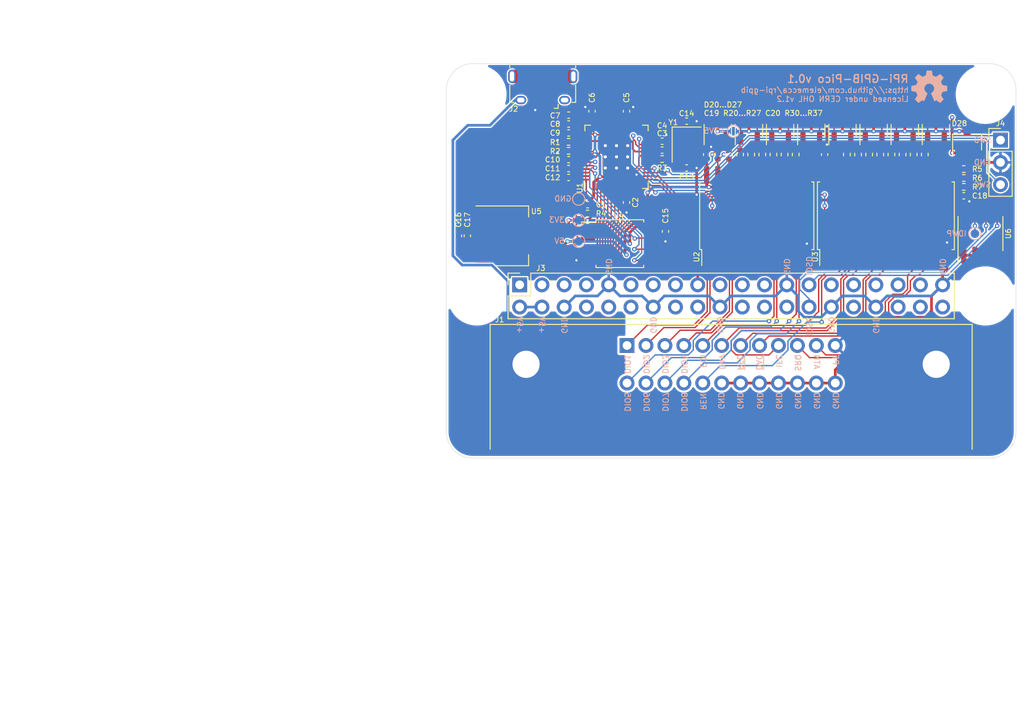
<source format=kicad_pcb>
(kicad_pcb (version 20211014) (generator pcbnew)
  (layers (0 "F.Cu" signal) (31 "B.Cu" signal) (34 "B.Paste" user) (35 "F.Paste" user) (36 "B.SilkS" user "B.Silkscreen") (37 "F.SilkS" user "F.Silkscreen") (38 "B.Mask" user) (39 "F.Mask" user) (44 "Edge.Cuts" user))
  (net 0 "")
  (net 1 "/DIO1")
  (net 2 "/DIO2")
  (net 3 "/DIO3")
  (net 4 "/DIO4")
  (net 5 "/EOI")
  (net 6 "/DAV")
  (net 7 "/IFC")
  (net 8 "/SRQ")
  (net 9 "/ATN")
  (net 10 "Earth_Protective")
  (net 11 "/DIO5")
  (net 12 "/DIO6")
  (net 13 "/DIO7")
  (net 14 "/DIO8")
  (net 15 "/REN")
  (net 16 "GND")
  (net 45 "+5V")
  (net 46 "unconnected-(U1-Pad2)")
  (net 47 "unconnected-(U1-Pad3)")
  (net 48 "unconnected-(U1-Pad4)")
  (net 49 "VBUS")
  (net 50 "+3V3")
  (net 51 "unconnected-(U1-Pad5)")
  (net 52 "unconnected-(U1-Pad6)")
  (net 53 "unconnected-(U1-Pad7)")
  (net 54 "unconnected-(U1-Pad8)")
  (net 55 "unconnected-(U1-Pad9)")
  (net 56 "unconnected-(U1-Pad11)")
  (net 57 "unconnected-(U1-Pad12)")
  (net 62 "/USB_D+")
  (net 63 "/USB_D-")
  (net 64 "+2V5")
  (net 65 "/~{DAC}")
  (net 66 "/~{RFD}")
  (net 67 "/Bus/B_DIO1")
  (net 68 "/Bus/B_DIO2")
  (net 69 "/Bus/B_DIO3")
  (net 70 "/Bus/B_DIO4")
  (net 71 "/Bus/B_EOI")
  (net 72 "/Bus/B_DAV")
  (net 73 "/Bus/B_~{RFD}")
  (net 74 "/Bus/B_~{DAC}")
  (net 75 "/Bus/B_IFC")
  (net 76 "/Bus/B_SRQ")
  (net 77 "/Bus/B_ATN")
  (net 78 "/Bus/B_DIO5")
  (net 79 "/Bus/B_DIO6")
  (net 80 "/Bus/B_DIO7")
  (net 81 "/Bus/B_DIO8")
  (net 82 "/Bus/B_REN")
  (net 83 "/Bus/I_DIO1")
  (net 84 "/Bus/I_DIO2")
  (net 85 "/Bus/I_DIO3")
  (net 86 "/Bus/I_DIO4")
  (net 87 "/Bus/I_DIO5")
  (net 88 "/Bus/I_DIO6")
  (net 89 "/Bus/I_DIO7")
  (net 90 "/Bus/I_DIO8")
  (net 91 "/Bus/I_REN")
  (net 92 "/Bus/I_IFC")
  (net 93 "/Bus/I_~{DAC}")
  (net 94 "/Bus/I_~{RFD}")
  (net 95 "/Bus/I_DAV")
  (net 96 "/Bus/I_EOI")
  (net 97 "/Bus/I_ATN")
  (net 98 "/Bus/I_SRQ")
  (net 99 "/TE")
  (net 100 "/SC")
  (net 101 "/DC")
  (net 102 "/~{PE}")
  (net 103 "+1V1")
  (net 104 "/DEBUG_CLOCK")
  (net 105 "/DEBUG_DATA")
  (net 106 "/FLASH_~{CS}")
  (net 107 "/FLASH_D3")
  (net 108 "/FLASH_CLK")
  (net 109 "/FLASH_D0")
  (net 110 "/FLASH_D2")
  (net 111 "/FLASH_D1")
  (net 112 "Net-(R1-Pad1)")
  (net 113 "Net-(R2-Pad1)")
  (net 114 "Net-(R3-Pad1)")
  (net 115 "/ID_SD")
  (net 116 "/ID_SC")
  (net 117 "/ID_WP")
  (net 118 "Net-(C13-Pad1)")
  (net 119 "Net-(C14-Pad1)")
  (net 120 "+3V3_PI")
  (net 121 "+5V_PI")
  (footprint "local:NorComp_112-024-113R001" (layer "F.Cu") (at 151.13 121.37)
    (fp_text reference "J1")
    (fp_text value "GPIB" hide)
  )
  (footprint "local:MountingHole_RPi_HAT" (layer "F.Cu") (at 180.13 102.87)
    (fp_text reference "H2" hide)
    (fp_text value "MountingHole" hide)
  )
  (footprint "local:MountingHole_RPi_HAT" (layer "F.Cu") (at 122.13 79.87)
    (fp_text reference "H1" hide)
    (fp_text value "MountingHole" hide)
  )
  (footprint "Connector_USB:USB_Micro-B_Amphenol_10118194_Horizontal" (layer "F.Cu") (at 129.63 79.12 180)
    (fp_text reference "J2")
    (fp_text value "USB_B_Micro")
  )
  (footprint "local:RP2040-QFN-56" (layer "F.Cu") (at 138.049 86.995 90)
    (fp_text reference "U1")
    (fp_text value "RP2040")
  )
  (footprint "local:MountingHole_RPi_HAT" (layer "F.Cu") (at 122.13 102.87)
    (fp_text reference "H1" hide)
    (fp_text value "MountingHole" hide)
  )
  (footprint "local:MountingHole_RPi_HAT" (layer "F.Cu") (at 180.13 79.87)
    (fp_text reference "H1" hide)
    (fp_text value "MountingHole" hide)
  )
  (footprint "Resistor_SMD:R_0402_1005Metric" (layer "F.Cu") (at 150.876 86.735 90)
    (fp_text reference "R21" hide)
    (fp_text value "1k")
  )
  (footprint "Resistor_SMD:R_0402_1005Metric" (layer "F.Cu") (at 152.146 86.735 90)
    (fp_text reference "R22" hide)
    (fp_text value "1k")
  )
  (footprint "Resistor_SMD:R_0402_1005Metric" (layer "F.Cu") (at 153.416 86.735 90)
    (fp_text reference "R23" hide)
    (fp_text value "1k")
  )
  (footprint "Resistor_SMD:R_0402_1005Metric" (layer "F.Cu") (at 155.956 86.735 90)
    (fp_text reference "R25" hide)
    (fp_text value "1k")
  )
  (footprint "Resistor_SMD:R_0402_1005Metric" (layer "F.Cu") (at 157.226 86.735 90)
    (fp_text reference "R26" hide)
    (fp_text value "1k")
  )
  (footprint "Resistor_SMD:R_0402_1005Metric" (layer "F.Cu") (at 158.496 86.735 90)
    (fp_text reference "R27" hide)
    (fp_text value "1k")
  )
  (footprint "Resistor_SMD:R_0402_1005Metric" (layer "F.Cu") (at 164.338 86.735 90)
    (fp_text reference "R30" hide)
    (fp_text value "1k")
  )
  (footprint "Resistor_SMD:R_0402_1005Metric" (layer "F.Cu") (at 165.608 86.735 90)
    (fp_text reference "R31" hide)
    (fp_text value "1k")
  )
  (footprint "Resistor_SMD:R_0402_1005Metric" (layer "F.Cu") (at 166.878 86.735 90)
    (fp_text reference "R32" hide)
    (fp_text value "1k")
  )
  (footprint "Resistor_SMD:R_0402_1005Metric" (layer "F.Cu") (at 168.148 86.735 90)
    (fp_text reference "R33" hide)
    (fp_text value "1k")
  )
  (footprint "Resistor_SMD:R_0402_1005Metric" (layer "F.Cu") (at 170.688 86.735 90)
    (fp_text reference "R35" hide)
    (fp_text value "1k")
  )
  (footprint "Resistor_SMD:R_0402_1005Metric" (layer "F.Cu") (at 171.958 86.735 90)
    (fp_text reference "R36" hide)
    (fp_text value "1k")
  )
  (footprint "Resistor_SMD:R_0402_1005Metric" (layer "F.Cu") (at 173.228 86.735 90)
    (fp_text reference "R37" hide)
    (fp_text value "1k")
  )
  (footprint "Package_SO:SOIC-24W_7.5x15.4mm_P1.27mm" (layer "F.Cu") (at 168.783 93.72 90)
    (fp_text reference "U3")
    (fp_text value "SN75162BDW")
  )
  (footprint "Resistor_SMD:R_0402_1005Metric" (layer "F.Cu") (at 154.686 86.735 90)
    (fp_text reference "R24" hide)
    (fp_text value "1k")
  )
  (footprint "Resistor_SMD:R_0402_1005Metric" (layer "F.Cu") (at 169.418 86.735 90)
    (fp_text reference "R34" hide)
    (fp_text value "1k")
  )
  (footprint "Package_TO_SOT_SMD:SOT-23" (layer "F.Cu") (at 160.274 83.941 90)
    (fp_text reference "D23" hide)
    (fp_text value "BAT54C")
  )
  (footprint "Package_TO_SOT_SMD:SOT-23" (layer "F.Cu") (at 156.718 83.941 90)
    (fp_text reference "D22" hide)
    (fp_text value "BAT54C")
  )
  (footprint "Package_TO_SOT_SMD:SOT-23" (layer "F.Cu") (at 153.162 83.941 90)
    (fp_text reference "D21" hide)
    (fp_text value "BAT54C")
  )
  (footprint "Package_TO_SOT_SMD:SOT-23" (layer "F.Cu") (at 174.498 83.941 90)
    (fp_text reference "D27" hide)
    (fp_text value "BAT54C")
  )
  (footprint "Package_TO_SOT_SMD:SOT-23" (layer "F.Cu") (at 163.83 83.941 90)
    (fp_text reference "D24" hide)
    (fp_text value "BAT54C")
  )
  (footprint "Package_TO_SOT_SMD:SOT-23" (layer "F.Cu") (at 167.386 83.941 90)
    (fp_text reference "D25" hide)
    (fp_text value "BAT54C")
  )
  (footprint "Package_TO_SOT_SMD:SOT-23" (layer "F.Cu") (at 170.942 83.941 90)
    (fp_text reference "D26" hide)
    (fp_text value "BAT54C")
  )
  (footprint "Capacitor_SMD:C_0402_1005Metric" (layer "F.Cu") (at 143.256 85.217)
    (fp_text reference "C4")
    (fp_text value "100n")
  )
  (footprint "Capacitor_SMD:C_0402_1005Metric" (layer "F.Cu") (at 132.588 84.271 180)
    (fp_text reference "C9")
    (fp_text value "1u")
  )
  (footprint "Capacitor_SMD:C_0402_1005Metric" (layer "F.Cu") (at 132.588 88.335 180)
    (fp_text reference "C11")
    (fp_text value "100n")
  )
  (footprint "Capacitor_SMD:C_0402_1005Metric" (layer "F.Cu") (at 132.588 87.319 180)
    (fp_text reference "C10")
    (fp_text value "100n")
  )
  (footprint "Capacitor_SMD:C_0402_1005Metric" (layer "F.Cu") (at 132.588 82.239 180)
    (fp_text reference "C7")
    (fp_text value "100n")
  )
  (footprint "Capacitor_SMD:C_0402_1005Metric" (layer "F.Cu") (at 139.192 92.202 -90)
    (fp_text reference "C2")
    (fp_text value "100n")
  )
  (footprint "Capacitor_SMD:C_0402_1005Metric" (layer "F.Cu") (at 143.256 86.233)
    (fp_text reference "C3")
    (fp_text value "100n")
  )
  (footprint "Capacitor_SMD:C_0402_1005Metric" (layer "F.Cu") (at 134.747 92.456 180)
    (fp_text reference "C1")
    (fp_text value "100n")
  )
  (footprint "Resistor_SMD:R_0402_1005Metric" (layer "F.Cu") (at 132.586 85.287 180)
    (fp_text reference "R1")
    (fp_text value "27R4")
  )
  (footprint "Capacitor_SMD:C_0402_1005Metric" (layer "F.Cu") (at 132.588 89.351 180)
    (fp_text reference "C12")
    (fp_text value "100n")
  )
  (footprint "Capacitor_SMD:C_0402_1005Metric" (layer "F.Cu") (at 132.588 83.255 180)
    (fp_text reference "C8")
    (fp_text value "1u")
  )
  (footprint "Resistor_SMD:R_0402_1005Metric" (layer "F.Cu") (at 132.588 86.303 180)
    (fp_text reference "R2")
    (fp_text value "27R4")
  )
  (footprint "Capacitor_SMD:C_0402_1005Metric" (layer "F.Cu") (at 139.192 81.788 90)
    (fp_text reference "C5")
    (fp_text value "100n")
  )
  (footprint "Capacitor_SMD:C_0402_1005Metric" (layer "F.Cu") (at 148.336 86.741 90)
    (fp_text reference "C19" hide)
    (fp_text value "100n")
  )
  (footprint "Capacitor_SMD:C_0402_1005Metric" (layer "F.Cu") (at 161.798 86.741 90)
    (fp_text reference "C20" hide)
    (fp_text value "100n")
  )
  (footprint "Capacitor_SMD:C_0402_1005Metric" (layer "F.Cu") (at 135.255 81.788 90)
    (fp_text reference "C6")
    (fp_text value "100n")
  )
  (footprint "Capacitor_SMD:C_0402_1005Metric" (layer "F.Cu") (at 120.015 96.012 90)
    (fp_text reference "C16")
    (fp_text value "10u")
  )
  (footprint "Capacitor_SMD:C_0402_1005Metric" (layer "F.Cu") (at 121.031 96.012 90)
    (fp_text reference "C17")
    (fp_text value "10u")
  )
  (footprint "Resistor_SMD:R_0402_1005Metric" (layer "F.Cu") (at 134.747 93.472)
    (fp_text reference "R4")
    (fp_text value "10k")
  )
  (footprint "Package_TO_SOT_SMD:SOT-223-3_TabPin2" (layer "F.Cu") (at 126.111 96.012)
    (fp_text reference "U5")
    (fp_text value "NCP1117-3.3")
  )
  (footprint "Capacitor_SMD:C_0402_1005Metric" (layer "F.Cu") (at 143.637 95.504 -90)
    (fp_text reference "C15")
    (fp_text value "100n")
  )
  (footprint "Capacitor_SMD:C_0402_1005Metric" (layer "F.Cu") (at 146.05 88.265)
    (fp_text reference "C13")
    (fp_text value "10p")
  )
  (footprint "Capacitor_SMD:C_0402_1005Metric" (layer "F.Cu") (at 146.05 82.931)
    (fp_text reference "C14")
    (fp_text value "10p")
  )
  (footprint "Package_TO_SOT_SMD:SOT-23" (layer "F.Cu") (at 149.606 83.947 90)
    (fp_text reference "D20" hide)
    (fp_text value "BAT54C")
  )
  (footprint "Resistor_SMD:R_0402_1005Metric" (layer "F.Cu") (at 143.256 87.249)
    (fp_text reference "R3")
    (fp_text value "1k")
  )
  (footprint "Crystal:Crystal_SMD_3225-4Pin_3.2x2.5mm" (layer "F.Cu") (at 146.05 85.598 -90)
    (fp_text reference "Y1")
    (fp_text value "12M10PI/XT324-10/20" hide)
  )
  (footprint "Package_SO:SOIC-20W_7.5x12.8mm_P1.27mm" (layer "F.Cu") (at 154.051 93.72 90)
    (fp_text reference "U2")
    (fp_text value "SN75160BDW")
  )
  (footprint "Resistor_SMD:R_0402_1005Metric" (layer "F.Cu") (at 177.673 88.392 180)
    (fp_text reference "R5")
    (fp_text value "3k9")
  )
  (footprint "Resistor_SMD:R_0402_1005Metric" (layer "F.Cu") (at 177.673 89.408 180)
    (fp_text reference "R6")
    (fp_text value "3k9")
  )
  (footprint "Resistor_SMD:R_0402_1005Metric" (layer "F.Cu") (at 177.673 90.424 180)
    (fp_text reference "R7")
    (fp_text value "1k")
  )
  (footprint "Package_SO:SOIC-8_3.9x4.9mm_P1.27mm" (layer "F.Cu") (at 179.578 95.758 90)
    (fp_text reference "U6")
    (fp_text value "CAT24C32")
  )
  (footprint "Connector_PinHeader_2.54mm:PinHeader_1x03_P2.54mm_Vertical" (layer "F.Cu") (at 181.864 85.09)
    (fp_text reference "J4")
    (fp_text value "Debug" hide)
  )
  (footprint "Capacitor_SMD:C_0402_1005Metric" (layer "F.Cu") (at 177.673 91.44)
    (fp_text reference "C18")
    (fp_text value "100n")
  )
  (footprint "Resistor_SMD:R_0402_1005Metric" (layer "F.Cu") (at 149.606 86.735 90)
    (fp_text reference "R20" hide)
    (fp_text value "1k")
  )
  (footprint "Package_SO:SOIC-8_5.23x5.23mm_P1.27mm" (layer "F.Cu") (at 138.43 96.901)
    (fp_text reference "U4")
    (fp_text value "W25Q128JVS")
  )
  (footprint "Package_TO_SOT_SMD:SC-59" (layer "F.Cu") (at 178.054 85.344 90)
    (fp_text reference "D28")
    (fp_text value "MMBZ5222BLT1G")
  )
  (footprint "local:PinSocket_2x20_P2.54mm_Vertical_Centered_Anchor" (layer "F.Cu") (at 151.13 102.87 90)
    (fp_text reference "J3")
    (fp_text value "RasPi_Header_40W" hide)
  )
  (footprint "TestPoint:TestPoint_Pad_D1.0mm" (layer "B.Cu") (at 178.943 95.758)
    (fp_text reference "TP1" hide)
    (fp_text value "TestPoint")
  )
  (footprint "local:OSHW" (layer "B.Cu") (at 173.736 78.994 180)
    (fp_text reference "OSHW" hide)
    (fp_text value "LOGO" hide)
  )
  (footprint "TestPoint:TestPoint_Pad_D1.0mm" (layer "B.Cu") (at 133.731 96.647)
    (fp_text reference "TP2" hide)
    (fp_text value "TestPoint")
  )
  (footprint "TestPoint:TestPoint_Pad_D1.0mm" (layer "B.Cu") (at 133.731 94.234)
    (fp_text reference "TP3" hide)
    (fp_text value "TestPoint")
  )
  (footprint "TestPoint:TestPoint_Pad_D1.0mm" (layer "B.Cu") (at 151.384 84.074)
    (fp_text reference "TP4" hide)
    (fp_text value "TestPoint")
  )
  (footprint "TestPoint:TestPoint_Pad_D1.0mm" (layer "B.Cu") (at 133.731 91.821)
    (fp_text reference "TP5" hide)
    (fp_text value "TestPoint")
  )
  (gr_arc (start 118.63 79.37) (mid 119.50868 77.24868) (end 121.63 76.37) (layer "Edge.Cuts") (width 0.05))
  (gr_arc (start 121.63 121.37) (mid 119.50868 120.49132) (end 118.63 118.37) (layer "Edge.Cuts") (width 0.05))
  (gr_arc (start 183.63 118.37) (mid 182.75132 120.49132) (end 180.63 121.37) (layer "Edge.Cuts") (width 0.05))
  (gr_line (start 180.63 121.37) (end 121.63 121.37) (layer "Edge.Cuts") (width 0.05))
  (gr_line (start 180.63 76.37) (end 121.63 76.37) (layer "Edge.Cuts") (width 0.05))
  (gr_line (start 118.63 79.37) (end 118.63 118.37) (layer "Edge.Cuts") (width 0.05))
  (gr_line (start 183.63 118.37) (end 183.63 79.37) (layer "Edge.Cuts") (width 0.05))
  (gr_arc (start 180.63 76.37) (mid 182.75132 77.24868) (end 183.63 79.37) (layer "Edge.Cuts") (width 0.05))
  (gr_text "DIO1" (at 139.29445 109.474 -90) (layer "B.SilkS") (effects (font (size 0.635 0.635) (thickness 0.1016)) (justify right mirror)))
  (gr_text "+5V" (at 129.54 105.156 -90) (layer "B.SilkS") (effects (font (size 0.635 0.635) (thickness 0.1016)) (justify right mirror)))
  (gr_text "DIO6" (at 141.45445 113.792 -90) (layer "B.SilkS") (effects (font (size 0.635 0.635) (thickness 0.1016)) (justify right mirror)))
  (gr_text "+5V" (at 127 105.156 -90) (layer "B.SilkS") (effects (font (size 0.635 0.635) (thickness 0.1016)) (justify right mirror)))
  (gr_text "GND" (at 132.08 105.156 -90) (layer "B.SilkS") (effects (font (size 0.635 0.635) (thickness 0.1016)) (justify right mirror)))
  (gr_text "GND" (at 175.26 100.584 -90) (layer "B.SilkS") (effects (font (size 0.635 0.635) (thickness 0.1016)) (justify left mirror)))
  (gr_text "IDWP" (at 178.054 95.758) (layer "B.SilkS") (effects (font (size 0.635 0.635) (thickness 0.1016)) (justify left mirror)))
  (gr_text "IDSC" (at 160.02 105.156 -90) (layer "B.SilkS") (effects (font (size 0.635 0.635) (thickness 0.1016)) (justify right mirror)))
  (gr_text "IDSD" (at 160.02 100.584 -90) (layer "B.SilkS") (effects (font (size 0.635 0.635) (thickness 0.1016)) (justify left mirror)))
  (gr_text "+5V" (at 132.969 96.60255) (layer "B.SilkS") (effects (font (size 0.635 0.635) (thickness 0.1016)) (justify left mirror)))
  (gr_text "GND" (at 132.969 91.77655) (layer "B.SilkS") (effects (font (size 0.635 0.635) (thickness 0.1016)) (justify left mirror)))
  (gr_text "PE" (at 163.05445 109.474 -90) (layer "B.SilkS") (effects (font (size 0.635 0.635) (thickness 0.1016)) (justify right mirror)))
  (gr_text "~{DAC}" (at 154.316025 109.474 -90) (layer "B.SilkS") (effects (font (size 0.635 0.635) (thickness 0.1016)) (justify right mirror)))
  (gr_text "IFC" (at 156.57445 109.474 -90) (layer "B.SilkS") (effects (font (size 0.635 0.635) (thickness 0.1016)) (justify right mirror)))
  (gr_text "GND" (at 167.64 105.156 -90) (layer "B.SilkS") (effects (font (size 0.635 0.635) (thickness 0.1016)) (justify right mirror)))
  (gr_text "https://github.com/elemecca/rpi-gpib\nLicensed under CERN OHL v1.2" (at 171.45 79.883) (layer "B.SilkS") (effects (font (size 0.635 0.635) (thickness 0.1016)) (justify left mirror)))
  (gr_text "RPi-GPIB-Pico v0.1" (at 171.45 78.105) (layer "B.SilkS") (effects (font (size 0.889 0.889) (thickness 0.1524)) (justify left mirror)))
  (gr_text "DIO7" (at 143.61445 113.792 -90) (layer "B.SilkS") (effects (font (size 0.635 0.635) (thickness 0.1016)) (justify right mirror)))
  (gr_text "GND" (at 162.56 105.156 -90) (layer "B.SilkS") (effects (font (size 0.635 0.635) (thickness 0.1016)) (justify right mirror)))
  (gr_text "GND" (at 180.848 87.63) (layer "B.SilkS") (effects (font (size 0.635 0.635) (thickness 0.1016)) (justify left mirror)))
  (gr_text "SWD" (at 180.848 85.09) (layer "B.SilkS") (effects (font (size 0.635 0.635) (thickness 0.1016)) (justify left mirror)))
  (gr_text "DIO8" (at 145.77445 113.792 -90) (layer "B.SilkS") (effects (font (size 0.635 0.635) (thickness 0.1016)) (justify right mirror)))
  (gr_text "GND" (at 156.57445 113.792 -90) (layer "B.SilkS") (effects (font (size 0.635 0.635) (thickness 0.1016)) (justify right mirror)))
  (gr_text "SRQ" (at 158.73445 109.474 -90) (layer "B.SilkS") (effects (font (size 0.635 0.635) (thickness 0.1016)) (justify right mirror)))
  (gr_text "GND" (at 137.16 100.584 -90) (layer "B.SilkS") (effects (font (size 0.635 0.635) (thickness 0.1016)) (justify left mirror)))
  (gr_text "DIO3" (at 143.61445 109.474 -90) (layer "B.SilkS") (effects (font (size 0.635 0.635) (thickness 0.1016)) (justify right mirror)))
  (gr_text "GND" (at 163.05445 113.792 -90) (layer "B.SilkS") (effects (font (size 0.635 0.635) (thickness 0.1016)) (justify right mirror)))
  (gr_text "GND" (at 152.146 113.792 -90) (layer "B.SilkS") (effects (font (size 0.635 0.635) (thickness 0.1016)) (justify right mirror)))
  (gr_text "+3V3" (at 132.969 94.18955) (layer "B.SilkS") (effects (font (size 0.635 0.635) (thickness 0.1016)) (justify left mirror)))
  (gr_text "~{RFD}" (at 152.156025 109.474 -90) (layer "B.SilkS") (effects (font (size 0.635 0.635) (thickness 0.1016)) (justify right mirror)))
  (gr_text "GND" (at 160.89445 113.792 -90) (layer "B.SilkS") (effects (font (size 0.635 0.635) (thickness 0.1016)) (justify right mirror)))
  (gr_text "+2V5" (at 150.622 84.02955) (layer "B.SilkS") (effects (font (size 0.635 0.635) (thickness 0.1016)) (justify left mirror)))
  (gr_text "GND" (at 149.86 105.156 -90) (layer "B.SilkS") (effects (font (size 0.635 0.635) (thickness 0.1016)) (justify right mirror)))
  (gr_text "GND" (at 142.24 105.156 -90) (layer "B.SilkS") (effects (font (size 0.635 0.635) (thickness 0.1016)) (justify right mirror)))
  (gr_text "DIO5" (at 139.29445 113.792 -90) (layer "B.SilkS") (effects (font (size 0.635 0.635) (thickness 0.1016)) (justify right mirror)))
  (gr_text "SWC" (at 180.848 90.17) (layer "B.SilkS") (effects (font (size 0.635 0.635) (thickness 0.1016)) (justify left mirror)))
  (gr_text "DAV" (at 150.09445 109.474 -90) (layer "B.SilkS") (effects (font (size 0.635 0.635) (thickness 0.1016)) (justify right mirror)))
  (gr_text "GND" (at 149.987 113.792 -90) (layer "B.SilkS") (effects (font (size 0.635 0.635) (thickness 0.1016)) (justify right mirror)))
  (gr_text "DIO2" (at 141.45445 109.474 -90) (layer "B.SilkS") (effects (font (size 0.635 0.635) (thickness 0.1016)) (justify right mirror)))
  (gr_text "ATN" (at 160.89445 109.474 -90) (layer "B.SilkS") (effects (font (size 0.635 0.635) (thickness 0.1016)) (justify right mirror)))
  (gr_text "DIO4" (at 145.77445 109.474 -90) (layer "B.SilkS") (effects (font (size 0.635 0.635) (thickness 0.1016)) (justify right mirror)))
  (gr_text "EOI" (at 147.93445 109.474 -90) (layer "B.SilkS") (effects (font (size 0.635 0.635) (thickness 0.1016)) (justify right mirror)))
  (gr_text "GND" (at 158.73445 113.792 -90) (layer "B.SilkS") (effects (font (size 0.635 0.635) (thickness 0.1016)) (justify right mirror)))
  (gr_text "GND" (at 157.48 100.584 -90) (layer "B.SilkS") (effects (font (size 0.635 0.635) (thickness 0.1016)) (justify left mirror)))
  (gr_text "REN" (at 147.93445 113.919 -90) (layer "B.SilkS") (effects (font (size 0.635 0.635) (thickness 0.1016)) (justify right mirror)))
  (gr_text "GND" (at 154.41445 113.792 -90) (layer "B.SilkS") (effects (font (size 0.635 0.635) (thickness 0.1016)) (justify right mirror)))
  (gr_text "D20...D27\nC19 R20...R27 C20 R30...R37" (at 147.955 81.534) (layer "F.SilkS") (effects (font (size 0.6 0.6) (thickness 0.1)) (justify left)))
  (segment (start 141.4865 88.795) (end 143.615 88.795) (width 0.1524) (layer "F.Cu") (net 1))
  (segment (start 149.606 86.225) (end 149.606 85.217) (width 0.1524) (layer "F.Cu") (net 1))
  (segment (start 149.33 84.941) (end 148.656 84.941) (width 0.1524) (layer "F.Cu") (net 1))
  (segment (start 143.615 88.795) (end 143.891 88.519) (width 0.1524) (layer "F.Cu") (net 1))
  (segment (start 149.606 85.217) (end 149.33 84.941) (width 0.1524) (layer "F.Cu") (net 1))
  (segment (start 149.606 86.225) (end 149.487 86.225) (width 0.1524) (layer "F.Cu") (net 1))
  (segment (start 149.487 86.225) (end 148.971 86.741) (width 0.1524) (layer "F.Cu") (net 1))
  (via (at 143.891 88.519) (size 0.508) (drill 0.254) (layers "F.Cu" "B.Cu") (net 1))
  (via (at 148.971 86.741) (size 0.508) (drill 0.254) (layers "F.Cu" "B.Cu") (net 1))
  (segment (start 147.398146 89.01816) (end 144.39016 89.01816) (width 0.1524) (layer "B.Cu") (net 1))
  (segment (start 148.971 86.741) (end 148.971 87.445306) (width 0.1524) (layer "B.Cu") (net 1))
  (segment (start 148.971 87.445306) (end 147.398146 89.01816) (width 0.1524) (layer "B.Cu") (net 1))
  (segment (start 144.39016 89.01816) (end 143.891 88.519) (width 0.1524) (layer "B.Cu") (net 1))
  (segment (start 142.28739 88.395) (end 142.37 88.31239) (width 0.1524) (layer "F.Cu") (net 2))
  (segment (start 150.296648 86.729555) (end 150.371445 86.729555) (width 0.1524) (layer "F.Cu") (net 2))
  (segment (start 150.876 85.261) (end 150.556 84.941) (width 0.1524) (layer "F.Cu") (net 2))
  (segment (start 150.876 86.225) (end 150.876 85.261) (width 0.1524) (layer "F.Cu") (net 2))
  (segment (start 141.4865 88.395) (end 142.28739 88.395) (width 0.1524) (layer "F.Cu") (net 2))
  (segment (start 150.371445 86.729555) (end 150.876 86.225) (width 0.1524) (layer "F.Cu") (net 2))
  (via (at 150.296648 86.729555) (size 0.508) (drill 0.254) (layers "F.Cu" "B.Cu") (net 2))
  (via (at 142.37 88.31239) (size 0.508) (drill 0.254) (layers "F.Cu" "B.Cu") (net 2))
  (segment locked (start 150.296648 86.729555) (end 147.643602 89.382601) (width 0.1524) (layer "B.Cu") (net 2))
  (segment (start 143.081001 89.382601) (end 142.37 88.6716) (width 0.1524) (layer "B.Cu") (net 2))
  (segment (start 147.643602 89.382601) (end 143.081001 89.382601) (width 0.1524) (layer "B.Cu") (net 2))
  (segment (start 142.37 88.6716) (end 142.37 88.31239) (width 0.1524) (layer "B.Cu") (net 2))
  (segment (start 145.041476 81.95759) (end 142.204066 84.795) (width 0.1524) (layer "F.Cu") (net 3))
  (segment (start 152.212 82.616) (end 151.55359 81.95759) (width 0.1524) (layer "F.Cu") (net 3))
  (segment (start 152.212 84.941) (end 152.212 82.616) (width 0.1524) (layer "F.Cu") (net 3))
  (segment (start 152.146 86.225) (end 152.146 85.007) (width 0.1524) (layer "F.Cu") (net 3))
  (segment (start 151.55359 81.95759) (end 145.041476 81.95759) (width 0.1524) (layer "F.Cu") (net 3))
  (segment (start 142.204066 84.795) (end 141.4865 84.795) (width 0.1524) (layer "F.Cu") (net 3))
  (segment (start 152.146 85.007) (end 152.212 84.941) (width 0.1524) (layer "F.Cu") (net 3))
  (segment (start 154.112 84.941) (end 154.112 82.629518) (width 0.1524) (layer "F.Cu") (net 4))
  (segment (start 153.416 86.225) (end 153.416 85.637) (width 0.1524) (layer "F.Cu") (net 4))
  (segment (start 144.915221 81.652779) (end 142.173 84.395) (width 0.1524) (layer "F.Cu") (net 4))
  (segment (start 153.416 85.637) (end 154.112 84.941) (width 0.1524) (layer "F.Cu") (net 4))
  (segment (start 142.173 84.395) (end 141.4865 84.395) (width 0.1524) (layer "F.Cu") (net 4))
  (segment (start 153.135261 81.652779) (end 144.915221 81.652779) (width 0.1524) (layer "F.Cu") (net 4))
  (segment (start 154.112 82.629518) (end 153.135261 81.652779) (width 0.1524) (layer "F.Cu") (net 4))
  (segment (start 136.649 80.778667) (end 136.649 83.5575) (width 0.1524) (layer "F.Cu") (net 5))
  (segment (start 138.822986 78.604681) (end 136.649 80.778667) (width 0.1524) (layer "F.Cu") (net 5))
  (segment (start 171.892 82.629518) (end 167.867163 78.604681) (width 0.1524) (layer "F.Cu") (net 5))
  (segment (start 170.696 86.225) (end 171.892 85.029) (width 0.1524) (layer "F.Cu") (net 5))
  (segment (start 167.867163 78.604681) (end 138.822986 78.604681) (width 0.1524) (layer "F.Cu") (net 5))
  (segment (start 170.688 86.225) (end 170.696 86.225) (width 0.1524) (layer "F.Cu") (net 5))
  (segment (start 171.892 84.941) (end 171.892 82.629518) (width 0.1524) (layer "F.Cu") (net 5))
  (segment (start 171.892 85.029) (end 171.892 84.941) (width 0.1524) (layer "F.Cu") (net 5))
  (segment (start 166.285492 78.909492) (end 138.949242 78.909492) (width 0.1524) (layer "F.Cu") (net 6))
  (segment (start 137.049 80.809734) (end 137.049 83.5575) (width 0.1524) (layer "F.Cu") (net 6))
  (segment (start 169.992 85.651) (end 169.418 86.225) (width 0.1524) (layer "F.Cu") (net 6))
  (segment (start 138.949242 78.909492) (end 137.049 80.809734) (width 0.1524) (layer "F.Cu") (net 6))
  (segment (start 169.992 84.941) (end 169.992 85.651) (width 0.1524) (layer "F.Cu") (net 6))
  (segment (start 169.992 84.941) (end 169.992 82.616) (width 0.1524) (layer "F.Cu") (net 6))
  (segment (start 169.992 82.616) (end 166.285492 78.909492) (width 0.1524) (layer "F.Cu") (net 6))
  (segment (start 164.78 82.629518) (end 164.78 84.941) (width 0.1524) (layer "F.Cu") (net 7))
  (segment (start 139.328014 79.82392) (end 161.974403 79.823921) (width 0.1524) (layer "F.Cu") (net 7))
  (segment (start 138.249 80.902934) (end 139.328014 79.82392) (width 0.1524) (layer "F.Cu") (net 7))
  (segment (start 165.608 86.225) (end 165.608 85.769) (width 0.1524) (layer "F.Cu") (net 7))
  (segment (start 165.608 85.769) (end 164.78 84.941) (width 0.1524) (layer "F.Cu") (net 7))
  (segment (start 161.974403 79.823921) (end 164.78 82.629518) (width 0.1524) (layer "F.Cu") (net 7))
  (segment (start 138.249 83.5575) (end 138.249 80.902934) (width 0.1524) (layer "F.Cu") (net 7))
  (segment (start 138.570472 77.995061) (end 170.813539 77.995061) (width 0.1524) (layer "F.Cu") (net 8))
  (segment (start 135.849 80.716533) (end 135.849 83.5575) (width 0.1524) (layer "F.Cu") (net 8))
  (segment (start 175.448 84.941) (end 175.448 82.629518) (width 0.1524) (layer "F.Cu") (net 8))
  (segment (start 173.232 86.225) (end 173.732 85.725) (width 0.1524) (layer "F.Cu") (net 8))
  (segment (start 175.448 82.629518) (end 170.813541 77.995059) (width 0.1524) (layer "F.Cu") (net 8))
  (segment (start 174.664 85.725) (end 175.448 84.941) (width 0.1524) (layer "F.Cu") (net 8))
  (segment (start 135.849 80.716533) (end 138.570472 77.995061) (width 0.1524) (layer "F.Cu") (net 8))
  (segment (start 173.732 85.725) (end 174.664 85.725) (width 0.1524) (layer "F.Cu") (net 8))
  (segment (start 173.228 86.225) (end 173.232 86.225) (width 0.1524) (layer "F.Cu") (net 8))
  (segment (start 170.813539 77.995061) (end 170.813541 77.995059) (width 0.1524) (layer "F.Cu") (net 8))
  (segment (start 136.249 80.7476) (end 136.249 83.5575) (width 0.1524) (layer "F.Cu") (net 9))
  (segment (start 171.958 86.225) (end 171.966 86.225) (width 0.1524) (layer "F.Cu") (net 9))
  (segment (start 136.249 80.7476) (end 138.69673 78.29987) (width 0.1524) (layer "F.Cu") (net 9))
  (segment (start 171.966 86.225) (end 172.466 85.725) (width 0.1524) (layer "F.Cu") (net 9))
  (segment (start 172.466 85.725) (end 172.764 85.725) (width 0.1524) (layer "F.Cu") (net 9))
  (segment (start 173.548 82.743) (end 169.10487 78.29987) (width 0.1524) (layer "F.Cu") (net 9))
  (segment (start 173.548 84.941) (end 173.548 82.743) (width 0.1524) (layer "F.Cu") (net 9))
  (segment (start 138.69673 78.29987) (end 169.10487 78.29987) (width 0.1524) (layer "F.Cu") (net 9))
  (segment (start 172.764 85.725) (end 173.548 84.941) (width 0.1524) (layer "F.Cu") (net 9))
  (segment (start 127.13 80.52) (end 126.49 80.52) (width 0.3048) (layer "B.Cu") (net 10))
  (segment (start 120.436847 99.342599) (end 123.823153 99.342599) (width 0.3048) (layer "B.Cu") (net 10))
  (segment (start 125.657401 108.597401) (end 127.73 110.67) (width 0.3048) (layer "B.Cu") (net 10))
  (segment (start 125.657401 101.176847) (end 125.657401 108.597401) (width 0.3048) (layer "B.Cu") (net 10))
  (segment (start 123.823153 99.342599) (end 125.657401 101.176847) (width 0.3048) (layer "B.Cu") (net 10))
  (segment (start 123.612599 83.397401) (end 121.072599 83.397401) (width 0.3048) (layer "B.Cu") (net 10))
  (segment (start 121.072599 83.397401) (end 119.38 85.09) (width 0.3048) (layer "B.Cu") (net 10))
  (segment (start 119.38 85.09) (end 119.38 98.285752) (width 0.3048) (layer "B.Cu") (net 10))
  (segment (start 126.49 80.52) (end 123.612599 83.397401) (width 0.3048) (layer "B.Cu") (net 10))
  (segment (start 119.38 98.285752) (end 120.436847 99.342599) (width 0.3048) (layer "B.Cu") (net 10))
  (segment (start 155.1525 85.5565) (end 155.768 84.941) (width 0.1524) (layer "F.Cu") (net 11))
  (segment (start 154.686 85.725) (end 154.8545 85.5565) (width 0.1524) (layer "F.Cu") (net 11))
  (segment (start 155.768 82.616) (end 154.499971 81.347971) (width 0.1524) (layer "F.Cu") (net 11))
  (segment (start 154.499971 81.347971) (end 142.272161 81.347971) (width 0.1524) (layer "F.Cu") (net 11))
  (segment (start 142.272161 81.347971) (end 140.649 82.971131) (width 0.1524) (layer "F.Cu") (net 11))
  (segment (start 154.8545 85.5565) (end 155.1525 85.5565) (width 0.1524) (layer "F.Cu") (net 11))
  (segment (start 154.686 86.225) (end 154.686 85.725) (width 0.1524) (layer "F.Cu") (net 11))
  (segment (start 155.768 84.941) (end 155.768 82.616) (width 0.1524) (layer "F.Cu") (net 11))
  (segment (start 140.649 82.971131) (end 140.649 83.5575) (width 0.1524) (layer "F.Cu") (net 11))
  (segment (start 156.081642 81.04316) (end 142.145906 81.04316) (width 0.1524) (layer "F.Cu") (net 12))
  (segment (start 155.964 86.225) (end 156.591 85.598) (width 0.1524) (layer "F.Cu") (net 12))
  (segment (start 157.668 82.629518) (end 156.081642 81.04316) (width 0.1524) (layer "F.Cu") (net 12))
  (segment (start 156.591 85.598) (end 157.011 85.598) (width 0.1524) (layer "F.Cu") (net 12))
  (segment (start 157.668 84.941) (end 157.668 82.629518) (width 0.1524) (layer "F.Cu") (net 12))
  (segment (start 140.249 82.940065) (end 140.249 83.5575) (width 0.1524) (layer "F.Cu") (net 12))
  (segment (start 155.956 86.225) (end 155.964 86.225) (width 0.1524) (layer "F.Cu") (net 12))
  (segment (start 142.145906 81.04316) (end 140.249 82.940065) (width 0.1524) (layer "F.Cu") (net 12))
  (segment (start 157.011 85.598) (end 157.668 84.941) (width 0.1524) (layer "F.Cu") (net 12))
  (segment (start 157.226 86.225) (end 157.234 86.225) (width 0.1524) (layer "F.Cu") (net 13))
  (segment (start 157.234 86.225) (end 157.839399 85.619601) (width 0.1524) (layer "F.Cu") (net 13))
  (segment (start 159.324 82.616) (end 159.324 84.941) (width 0.1524) (layer "F.Cu") (net 13))
  (segment (start 142.01965 80.738349) (end 157.446349 80.738349) (width 0.1524) (layer "F.Cu") (net 13))
  (segment (start 139.849 82.909) (end 142.01965 80.738349) (width 0.1524) (layer "F.Cu") (net 13))
  (segment (start 157.839399 85.619601) (end 158.645399 85.619601) (width 0.1524) (layer "F.Cu") (net 13))
  (segment (start 139.849 83.5575) (end 139.849 82.909) (width 0.1524) (layer "F.Cu") (net 13))
  (segment (start 158.645399 85.619601) (end 159.324 84.941) (width 0.1524) (layer "F.Cu") (net 13))
  (segment (start 157.446349 80.738349) (end 159.324 82.616) (width 0.1524) (layer "F.Cu") (net 13))
  (segment (start 158.496 86.225) (end 159.101399 85.619601) (width 0.1524) (layer "F.Cu") (net 14))
  (segment (start 159.028018 80.433536) (end 141.893397 80.433536) (width 0.1524) (layer "F.Cu") (net 14))
  (segment (start 141.893397 80.433536) (end 139.449 82.877933) (width 0.1524) (layer "F.Cu") (net 14))
  (segment (start 159.101399 85.619601) (end 160.545399 85.619601) (width 0.1524) (layer "F.Cu") (net 14))
  (segment (start 161.224 82.629518) (end 159.028018 80.433536) (width 0.1524) (layer "F.Cu") (net 14))
  (segment (start 139.449 82.877933) (end 139.449 83.5575) (width 0.1524) (layer "F.Cu") (net 14))
  (segment (start 161.224 84.941) (end 161.224 82.629518) (width 0.1524) (layer "F.Cu") (net 14))
  (segment (start 160.545399 85.619601) (end 161.224 84.941) (width 0.1524) (layer "F.Cu") (net 14))
  (segment (start 163.537 85.598) (end 162.88 84.941) (width 0.1524) (layer "F.Cu") (net 15))
  (segment (start 160.39273 80.12873) (end 139.45427 80.12873) (width 0.1524) (layer "F.Cu") (net 15))
  (segment (start 164.338 85.852) (end 164.084 85.598) (width 0.1524) (layer "F.Cu") (net 15))
  (segment (start 138.649 80.934) (end 139.45427 80.12873) (width 0.1524) (layer "F.Cu") (net 15))
  (segment (start 162.88 82.616) (end 160.39273 80.12873) (width 0.1524) (layer "F.Cu") (net 15))
  (segment (start 138.649 83.5575) (end 138.649 80.934) (width 0.1524) (layer "F.Cu") (net 15))
  (segment (start 164.084 85.598) (end 163.537 85.598) (width 0.1524) (layer "F.Cu") (net 15))
  (segment (start 162.88 84.941) (end 162.88 82.616) (width 0.1524) (layer "F.Cu") (net 15))
  (segment (start 164.338 86.225) (end 164.338 85.852) (width 0.1524) (layer "F.Cu") (net 15))
  (segment (start 132.108 84.3) (end 131.318 85.09) (width 0.3048) (layer "F.Cu") (net 16))
  (segment (start 162.052 85.598) (end 162.052 83.5152) (width 0.3048) (layer "F.Cu") (net 16))
  (segment (start 140.335 88.709) (end 140.335 89.027) (width 0.1524) (layer "F.Cu") (net 16))
  (segment (start 161.798 86.261) (end 161.798 86.233) (width 0.3048) (layer "F.Cu") (net 16))
  (segment (start 173.99 102.87) (end 175.26 101.6) (width 0.3048) (layer "F.Cu") (net 16))
  (segment (start 177.673 98.233) (end 181.483 98.233) (width 0.3048) (layer "F.Cu") (net 16))
  (segment (start 128.33 81.213) (end 128.778 81.661) (width 0.3048) (layer "F.Cu") (net 16))
  (segment (start 163.01 112.81) (end 163.01 111.31) (width 0.3048) (layer "F.Cu") (net 16))
  (segment (start 175.768 99.8855) (end 175.768 98.37) (width 0.3048) (layer "F.Cu") (net 16))
  (segment (start 175.768 98.37) (end 175.768 96.774) (width 0.3048) (layer "F.Cu") (net 16))
  (segment (start 147.193 88.265) (end 147.193 91.313) (width 0.3048) (layer "F.Cu") (net 16))
  (segment (start 141.4865 87.995) (end 141.049 87.995) (width 0.1524) (layer "F.Cu") (net 16))
  (segment (start 122.961 93.712) (end 120.791 93.712) (width 0.3048) (layer "F.Cu") (net 16))
  (segment (start 161.798 86.233) (end 162.052 85.979) (width 0.3048) (layer "F.Cu") (net 16))
  (segment (start 120.015 94.488) (end 120.015 95.532) (width 0.3048) (layer "F.Cu") (net 16))
  (segment (start 134.267 92.307206) (end 134.623103 91.951103) (width 0.3048) (layer "F.Cu") (net 16))
  (segment (start 169.625695 105.294801) (end 170.734305 105.294801) (width 0.3048) (layer "F.Cu") (net 16))
  (segment (start 148.336 86.261) (end 148.336 86.233) (width 0.3048) (layer "F.Cu") (net 16))
  (segment (start 132.108 84.271) (end 132.108 84.3) (width 0.3048) (layer "F.Cu") (net 16))
  (segment (start 170.746106 105.283) (end 172.153894 105.283) (width 0.3048) (layer "F.Cu") (net 16))
  (segment (start 120.015 95.532) (end 121.031 95.532) (width 0.3048) (layer "F.Cu") (net 16))
  (segment (start 162.052 85.979) (end 162.052 85.598) (width 0.3048) (layer "F.Cu") (net 16))
  (segment (start 141.049 87.995) (end 140.335 88.709) (width 0.1524) (layer "F.Cu") (net 16))
  (segment (start 150.05 112.81) (end 163.01 112.81) (width 0.3048) (layer "F.Cu") (net 16))
  (segment (start 132.108 82.239) (end 132.108 84.271) (width 0.3048) (layer "F.Cu") (net 16))
  (segment (start 134.267 92.456) (end 134.267 92.307206) (width 0.3048) (layer "F.Cu") (net 16))
  (segment (start 175.26 100.3935) (end 175.768 99.8855) (width 0.3048) (layer "F.Cu") (net 16))
  (segment (start 173.99 104.579106) (end 173.99 102.87) (width 0.3048) (layer "F.Cu") (net 16))
  (segment (start 170.734305 105.294801) (end 170.746106 105.283) (width 0.3048) (layer "F.Cu") (net 16))
  (segment (start 143.736 86.233) (end 143.736 84.483) (width 0.3048) (layer "F.Cu") (net 16))
  (segment (start 128.33 80.52) (end 128.33 81.213) (width 0.3048) (layer "F.Cu") (net 16))
  (segment (start 146.53 82.931) (end 147.193 82.931) (width 0.3048) (layer "F.Cu") (net 16))
  (segment (start 139.192 92.682) (end 139.192 93.345) (width 0.3048) (layer "F.Cu") (net 16))
  (segment (start 132.108 87.277) (end 131.318 86.487) (width 0.3048) (layer "F.Cu") (net 16))
  (segment (start 135.255 81.308) (end 134.493 81.308) (width 0.3048) (layer "F.Cu") (net 16))
  (segment (start 172.165695 105.294801) (end 173.274305 105.294801) (width 0.3048) (layer "F.Cu") (net 16))
  (segment (start 132.108 87.319) (end 132.108 87.277) (width 0.3048) (layer "F.Cu") (net 16))
  (segment (start 139.192 81.308) (end 139.95401 81.308) (width 0.3048) (layer "F.Cu") (net 16))
  (segment (start 143.637 95.984) (end 143.637 96.647) (width 0.3048) (layer "F.Cu") (net 16))
  (segment (start 120.791 93.712) (end 120.015 94.488) (width 0.3048) (layer "F.Cu") (net 16))
  (segment (start 175.768 98.37) (end 175.905 98.233) (width 0.3048) (layer "F.Cu") (net 16))
  (segment (start 175.905 98.233) (end 177.673 98.233) (width 0.3048) (layer "F.Cu") (net 16))
  (segment (start 169.613894 105.283) (end 169.625695 105.294801) (width 0.3048) (layer "F.Cu") (net 16))
  (segment (start 146.53 88.265) (end 147.193 88.265) (width 0.3048) (layer "F.Cu") (net 16))
  (segment (start 178.308 91.595) (end 178.153 91.44) (width 0.3048) (layer "F.Cu") (net 16))
  (segment (start 169.037 105.283) (end 169.613894 105.283) (width 0.3048) (layer "F.Cu") (net 16))
  (segment (start 134.83 98.806) (end 133.477 98.806) (width 0.3048) (layer "F.Cu") (net 16))
  (segment (start 175.26 101.6) (end 175.26 100.3935) (width 0.3048) (layer "F.Cu") (net 16))
  (segment (start 148.336 86.261) (end 148.435 86.261) (width 0.3048) (layer "F.Cu") (net 16))
  (segment (start 178.308 92.075) (end 178.308 91.595) (width 0.3048) (layer "F.Cu") (net 16))
  (segment (start 173.274305 105.294801) (end 173.99 104.579106) (width 0.3048) (layer "F.Cu") (net 16))
  (segment (start 159.766 98.37) (end 159.766 96.901) (width 0.3048) (layer "F.Cu") (net 16))
  (segment (start 172.153894 105.283) (end 172.165695 105.294801) (width 0.3048) (layer "F.Cu") (net 16))
  (segment (start 163.01 111.31) (end 169.037 105.283) (width 0.3048) (layer "F.Cu") (net 16))
  (segment (start 148.435 86.261) (end 148.844 85.852) (width 0.3048) (layer "F.Cu") (net 16))
  (segment (start 132.108 87.319) (end 132.108 89.351) (width 0.3048) (layer "F.Cu") (net 16))
  (via (at 134.623103 91.951103) (size 0.508) (drill 0.254) (layers "F.Cu" "B.Cu") (net 16))
  (via (at 143.637 96.647) (size 0.508) (drill 0.254) (layers "F.Cu" "B.Cu") (net 16))
  (via (at 134.493 81.308) (size 0.508) (drill 0.254) (layers "F.Cu" "B.Cu") (net 16))
  (via (at 131.318 85.09) (size 0.508) (drill 0.254) (layers "F.Cu" "B.Cu") (net 16))
  (via (at 139.192 93.345) (size 0.508) (drill 0.254) (layers "F.Cu" "B.Cu") (net 16))
  (via (at 147.193 91.313) (size 0.508) (drill 0.254) (layers "F.Cu" "B.Cu") (net 16))
  (via (at 148.844 85.852) (size 0.508) (drill 0.254) (layers "F.Cu" "B.Cu") (net 16))
  (via (at 133.477 98.806) (size 0.508) (drill 0.254) (layers "F.Cu" "B.Cu") (net 16))
  (via (at 147.193 88.265) (size 0.508) (drill 0.254) (layers "F.Cu" "B.Cu") (net 16))
  (via (at 175.768 96.774) (size 0.508) (drill 0.254) (layers "F.Cu" "B.Cu") (net 16))
  (via (at 143.736 84.483) (size 0.508) (drill 0.254) (layers "F.Cu" "B.Cu") (net 16))
  (via (at 140.335 89.027) (size 0.508) (drill 0.254) (layers "F.Cu" "B.Cu") (net 16))
  (via (at 139.95401 81.308) (size 0.508) (drill 0.254) (layers "F.Cu" "B.Cu") (net 16))
  (via (at 159.766 96.901) (size 0.508) (drill 0.254) (layers "F.Cu" "B.Cu") (net 16))
  (via (at 131.318 86.487) (size 0.508) (drill 0.254) (layers "F.Cu" "B.Cu") (net 16))
  (via (at 128.778 81.661) (size 0.508) (drill 0.254) (layers "F.Cu" "B.Cu") (net 16))
  (via (at 178.308 92.075) (size 0.508) (drill 0.254) (layers "F.Cu" "B.Cu") (net 16))
  (via (at 120.015 94.488) (size 0.508) (drill 0.254) (layers "F.Cu" "B.Cu") (net 16))
  (via (at 147.193 82.931) (size 0.508) (drill 0.254) (layers "F.Cu" "B.Cu") (net 16))
  (via (at 162.052 85.598) (size 0.508) (drill 0.254) (layers "F.Cu" "B.Cu") (net 16))
  (via (at 162.052 83.5152) (size 0.508) (drill 0.254) (layers "F.Cu" "B.Cu") (net 16))
  (segment (start 137.16 101.6) (end 135.89 102.87) (width 0.3048) (layer "B.Cu") (net 16))
  (segment (start 162.56 104.145251) (end 162.56 104.14) (width 0.3048) (layer "B.Cu") (net 16))
  (segment (start 166.37 102.87) (end 167.64 104.14) (width 0.3048) (layer "B.Cu") (net 16))
  (segment (start 159.465695 105.294801) (end 161.41045 105.294801) (width 0.3048) (layer "B.Cu") (net 16))
  (segment (start 138.43 102.87) (end 137.16 101.6) (width 0.3048) (layer "B.Cu") (net 16))
  (segment (start 142.24 104.14) (end 140.97 102.87) (width 0.3048) (layer "B.Cu") (net 16))
  (segment (start 135.89 102.87) (end 133.35 102.87) (width 0.3048) (layer "B.Cu") (net 16))
  (segment (start 167.64 104.14) (end 168.91 102.87) (width 0.3048) (layer "B.Cu") (net 16))
  (segment (start 140.97 102.87) (end 138.43 102.87) (width 0.3048) (layer "B.Cu") (net 16))
  (segment (start 156.21 102.87) (end 157.48 101.6) (width 0.3048) (layer "B.Cu") (net 16))
  (segment (start 133.35 102.87) (end 132.08 104.14) (width 0.3048) (layer "B.Cu") (net 16))
  (segment (start 158.75 102.87) (end 158.75 104.579106) (width 0.3048) (layer "B.Cu") (net 16))
  (segment (start 162.56 104.14) (end 163.83 102.87) (width 0.3048) (layer "B.Cu") (net 16))
  (segment (start 157.48 101.6) (end 158.75 102.87) (width 0.3048) (layer "B.Cu") (net 16))
  (segment (start 142.24 104.14) (end 143.51 102.87) (width 0.3048) (layer "B.Cu") (net 16))
  (segment (start 151.13 102.87) (end 156.21 102.87) (width 0.3048) (layer "B.Cu") (net 16))
  (segment (start 148.59 102.87) (end 149.86 104.14) (width 0.3048) (layer "B.Cu") (net 16))
  (segment (start 168.91 102.87) (end 173.99 102.87) (width 0.3048) (layer "B.Cu") (net 16))
  (segment (start 158.75 104.579106) (end 159.465695 105.294801) (width 0.3048) (layer "B.Cu") (net 16))
  (segment (start 163.83 102.87) (end 166.37 102.87) (width 0.3048) (layer "B.Cu") (net 16))
  (segment (start 173.99 102.87) (end 175.26 101.6) (width 0.3048) (layer "B.Cu") (net 16))
  (segment (start 175.290828 101.6) (end 175.988421 100.902407) (width 0.3048) (layer "B.Cu") (net 16))
  (segment (start 175.988421 100.902407) (end 177.815414 99.075414) (width 0.3048) (layer "B.Cu") (net 16))
  (segment (start 175.26 101.6) (end 175.290828 101.6) (width 0.3048) (layer "B.Cu") (net 16))
  (segment (start 161.41045 105.294801) (end 162.56 104.145251) (width 0.3048) (layer "B.Cu") (net 16))
  (segment (start 149.86 104.14) (end 151.13 102.87) (width 0.3048) (layer "B.Cu") (net 16))
  (segment (start 143.51 102.87) (end 148.59 102.87) (width 0.3048) (layer "B.Cu") (net 16))
  (segment (start 148.336 89.07) (end 148.336 90.19539) (width 0.3048) (layer "F.Cu") (net 45))
  (segment (start 122.961 98.312) (end 130.795988 98.312) (width 0.3048) (layer "F.Cu") (net 45))
  (segment (start 159.9468 87.221) (end 159.131 88.0368) (width 0.3048) (layer "F.Cu") (net 45))
  (segment (start 161.798 87.221) (end 159.9468 87.221) (width 0.3048) (layer "F.Cu") (net 45))
  (segment (start 159.131 88.0368) (end 159.131 90.16358) (width 0.3048) (layer "F.Cu") (net 45))
  (segment (start 158.84519 90.44939) (end 148.59 90.44939) (width 0.3048) (layer "F.Cu") (net 45))
  (segment (start 121.172 98.312) (end 122.961 98.312) (width 0.3048) (layer "F.Cu") (net 45))
  (segment (start 148.336 90.19539) (end 148.59 90.44939) (width 0.3048) (layer "F.Cu") (net 45))
  (segment (start 139.192 98.171) (end 139.014199 97.993199) (width 0.3048) (layer "F.Cu") (net 45))
  (segment (start 159.131 90.16358) (end 158.84519 90.44939) (width 0.3048) (layer "F.Cu") (net 45))
  (segment (start 161.798 89.07) (end 161.798 87.221) (width 0.3048) (layer "F.Cu") (net 45))
  (segment (start 141.605004 92.952402) (end 141.605004 91.082761) (width 0.3048) (layer "F.Cu") (net 45))
  (segment (start 130.795988 98.312) (end 132.460988 96.647) (width 0.3048) (layer "F.Cu") (net 45))
  (segment (start 139.014199 97.993199) (end 139.014199 95.543207) (width 0.3048) (layer "F.Cu") (net 45))
  (segment (start 120.015 97.155) (end 121.172 98.312) (width 0.3048) (layer "F.Cu") (net 45))
  (segment (start 120.015 96.492) (end 120.015 97.155) (width 0.3048) (layer "F.Cu") (net 45))
  (segment (start 139.014199 95.543207) (end 141.605004 92.952402) (width 0.3048) (layer "F.Cu") (net 45))
  (segment (start 148.336 89.07) (end 148.336 87.221) (width 0.3048) (layer "F.Cu") (net 45))
  (via (at 132.460988 96.647) (size 0.508) (drill 0.254) (layers "F.Cu" "B.Cu") (net 45))
  (via (at 141.605004 91.082761) (size 0.508) (drill 0.254) (layers "F.Cu" "B.Cu") (net 45))
  (via locked (at 148.59 90.44939) (size 0.508) (drill 0.254) (layers "F.Cu" "B.Cu") (net 45))
  (via (at 139.192 98.171) (size 0.508) (drill 0.254) (layers "F.Cu" "B.Cu") (net 45))
  (segment (start 148.59 90.44939) (end 142.238375 90.44939) (width 0.3048) (layer "B.Cu") (net 45))
  (segment (start 139.192 98.171) (end 137.668 96.647) (width 0.3048) (layer "B.Cu") (net 45))
  (segment (start 137.668 96.647) (end 132.460988 96.647) (width 0.3048) (layer "B.Cu") (net 45))
  (segment (start 142.238375 90.44939) (end 141.605004 91.082761) (width 0.3048) (layer "B.Cu") (net 45))
  (segment (start 135.85861 94.689174) (end 135.85861 90.44211) (width 0.1524) (layer "F.Cu") (net 46))
  (segment (start 135.85861 90.44211) (end 135.849 90.4325) (width 0.1524) (layer "F.Cu") (net 46))
  (segment (start 135.85861 94.689174) (end 135.85861 95.959174) (width 0.1524) (layer "F.Cu") (net 46))
  (segment (start 135.85861 95.959174) (end 135.85861 100.04461) (width 0.1524) (layer "F.Cu") (net 46))
  (segment (start 136.249 94.129) (end 136.249 93.367) (width 0.1524) (layer "F.Cu") (net 47))
  (segment (start 136.249 93.367) (end 136.249 90.4325) (width 0.1524) (layer "F.Cu") (net 47))
  (segment (start 136.249 94.29484) (end 136.249 94.129) (width 0.1524) (layer "F.Cu") (net 47))
  (segment (start 136.249 94.129) (end 136.249 94.256) (width 0.1524) (layer "F.Cu") (net 47))
  (segment (start 136.16342 95.832918) (end 136.16342 100.076) (width 0.1524) (layer "F.Cu") (net 47))
  (segment (start 136.16342 94.38042) (end 136.249 94.29484) (width 0.1524) (layer "F.Cu") (net 47))
  (segment (start 136.16342 94.46858) (end 136.16342 95.832918) (width 0.1524) (layer "F.Cu") (net 47))
  (segment (start 136.16342 94.46858) (end 136.16342 94.38042) (width 0.1524) (layer "F.Cu") (net 47))
  (segment (start 136.649 94.352108) (end 136.46823 94.532878) (width 0.1524) (layer "F.Cu") (net 48))
  (segment (start 136.46823 94.532878) (end 136.46823 100.076) (width 0.1524) (layer "F.Cu") (net 48))
  (segment (start 136.649 90.4325) (end 136.649 94.352108) (width 0.1524) (layer "F.Cu") (net 48))
  (segment (start 134.6115 86.395) (end 135.572305 86.395) (width 0.1524) (layer "F.Cu") (net 50))
  (segment (start 134.6115 84.395) (end 134.179 84.395) (width 0.1524) (layer "F.Cu") (net 50))
  (segment (start 139.049 91.706) (end 139.065 91.722) (width 0.1524) (layer "F.Cu") (net 50))
  (segment (start 135.257 93.472) (end 135.257 92.486) (width 0.3048) (layer "F.Cu") (net 50))
  (segment (start 133.985 83.156) (end 133.068 82.239) (width 0.1524) (layer "F.Cu") (net 50))
  (segment (start 131.699 96.012) (end 129.261 96.012) (width 0.3048) (layer "F.Cu") (net 50))
  (segment (start 134.0525 86.795) (end 133.604 87.2435) (width 0.1524) (layer "F.Cu") (net 50))
  (segment (start 135.449 82.462) (end 135.255 82.268) (width 0.1524) (layer "F.Cu") (net 50))
  (segment (start 139.049 82.411) (end 139.192 82.268) (width 0.1524) (layer "F.Cu") (net 50))
  (segment (start 132.588 95.123) (end 131.699 96.012) (width 0.3048) (layer "F.Cu") (net 50))
  (segment (start 139.049 83.5575) (end 139.049 82.411) (width 0.1524) (layer "F.Cu") (net 50))
  (segment (start 140.589 87.093246) (end 140.887246 86.795) (width 0.1524) (layer "F.Cu") (net 50))
  (segment (start 133.604 87.2435) (end 133.604 87.799) (width 0.1524) (layer "F.Cu") (net 50))
  (segment (start 135.73481 89.69019) (end 136.16919 89.25581) (width 0.3048) (layer "F.Cu") (net 50))
  (segment (start 134.6115 86.795) (end 134.0525 86.795) (width 0.1524) (layer "F.Cu") (net 50))
  (segment (start 134.6115 84.395) (end 135.5285 84.395) (width 0.1524) (layer "F.Cu") (net 50))
  (segment (start 133.068 83.284) (end 133.068 83.255) (width 0.1524) (layer "F.Cu") (net 50))
  (segment (start 133.994066 84.795) (end 133.57661 84.377544) (width 0.1524) (layer "F.Cu") (net 50))
  (segment (start 139.049 83.989016) (end 138.559266 84.47875) (width 0.1524) (layer "F.Cu") (net 50))
  (segment (start 139.049 89.265) (end 139.335 89.265) (width 0.1524) (layer "F.Cu") (net 50))
  (segment (start 141.4865 86.795) (end 142.186 86.795) (width 0.1524) (layer "F.Cu") (net 50))
  (segment (start 122.481 96.492) (end 122.961 96.012) (width 0.3048) (layer "F.Cu") (net 50))
  (segment (start 135.257 93.724) (end 134.747 94.234) (width 0.3048) (layer "F.Cu") (net 50))
  (segment (start 139.573 95.631) (end 139.573 96.901) (width 0.3048) (layer "F.Cu") (net 50))
  (segment (start 140.887246 86.795) (end 141.4865 86.795) (width 0.1524) (layer "F.Cu") (net 50))
  (segment (start 139.049 89.265) (end 139.03981 89.25581) (width 0.1524) (layer "F.Cu") (net 50))
  (segment (start 139.335 89.265) (end 140.589 88.011) (width 0.1524) (layer "F.Cu") (net 50))
  (segment (start 134.6115 86.795) (end 135.172305 86.795) (width 0.1524) (layer "F.Cu") (net 50))
  (segment (start 142.03 94.996) (end 140.208 94.996) (width 0.3048) (layer "F.Cu") (net 50))
  (segment (start 135.572305 86.395) (end 135.592643 86.374662) (width 0.1524) (layer "F.Cu") (net 50))
  (segment (start 135.227 91.722) (end 135.227 92.456) (width 0.3048) (layer "F.Cu") (net 50))
  (segment (start 132.588 94.234) (end 132.588 95.123) (width 0.3048) (layer "F.Cu") (net 50))
  (segment (start 134.6115 84.795) (end 133.994066 84.795) (width 0.1524) (layer "F.Cu") (net 50))
  (segment (start 135.449 84.3155) (end 135.61225 84.47875) (width 0.1524) (layer "F.Cu") (net 50))
  (segment (start 135.449 83.5575) (end 135.449 82.462) (width 0.1524) (layer "F.Cu") (net 50))
  (segment (start 142.186 86.795) (end 142.748 86.233) (width 0.1524) (layer "F.Cu") (net 50))
  (segment (start 138.559266 84.47875) (end 135.61225 84.47875) (width 0.1524) (layer "F.Cu") (net 50))
  (segment (start 139.049 90.4325) (end 139.049 89.265) (width 0.1524) (layer "F.Cu") (net 50))
  (segment (start 135.652032 89.69019) (end 135.73481 89.69019) (width 0.3048) (layer "F.Cu") (net 50))
  (segment (start 133.53539 86.85161) (end 133.068 87.319) (width 0.1524) (layer "F.Cu") (net 50))
  (segment (start 135.257 93.472) (end 135.257 93.724) (width 0.3048) (layer "F.Cu") (net 50))
  (segment (start 134.6115 86.395) (end 133.992 86.395) (width 0.1524) (layer "F.Cu") (net 50))
  (segment (start 133.57661 84.377544) (end 133.57661 83.79261) (width 0.1524) (layer "F.Cu") (net 50))
  (segment (start 133.992 86.395) (end 133.53539 86.85161) (width 0.1524) (layer "F.Cu") (net 50))
  (segment (start 135.5285 84.395) (end 135.61225 84.47875) (width 0.1524) (layer "F.Cu") (net 50))
  (segment (start 135.449 83.5575) (end 135.449 84.3155) (width 0.1524) (layer "F.Cu") (net 50))
  (segment (start 139.049 83.5575) (end 139.049 83.989016) (width 0.1524) (layer "F.Cu") (net 50))
  (segment (start 140.589 88.011) (end 140.589 87.093246) (width 0.1524) (layer "F.Cu") (net 50))
  (segment (start 135.44419 91.50481) (end 135.227 91.722) (width 0.3048) (layer "F.Cu") (net 50))
  (segment (start 136.16919 89.25581) (end 139.03981 89.25581) (width 0.3048) (layer "F.Cu") (net 50))
  (segment (start 135.44419 89.898032) (end 135.44419 91.50481) (width 0.3048) (layer "F.Cu") (net 50))
  (segment (start 135.172305 86.795) (end 135.592643 86.374662) (width 0.1524) (layer "F.Cu") (net 50))
  (segment (start 135.257 92.486) (end 135.227 92.456) (width 0.3048) (layer "F.Cu") (net 50))
  (segment (start 121.031 96.492) (end 122.481 96.492) (width 0.3048) (layer "F.Cu") (net 50))
  (segment (start 133.57661 83.79261) (end 133.068 83.284) (width 0.1524) (layer "F.Cu") (net 50))
  (segment (start 134.179 84.395) (end 133.985 84.201) (width 0.1524) (layer "F.Cu") (net 50))
  (segment (start 140.208 94.996) (end 139.573 95.631) (width 0.3048) (layer "F.Cu") (net 50))
  (segment (start 143.609 94.996) (end 143.637 95.024) (width 0.3048) (layer "F.Cu") (net 50))
  (segment (start 139.049 90.4325) (end 139.049 91.706) (width 0.1524) (layer "F.Cu") (net 50))
  (segment (start 133.985 84.201) (end 133.985 83.156) (width 0.1524) (layer "F.Cu") (net 50))
  (segment (start 133.604 87.799) (end 133.068 88.335) (width 0.1524) (layer "F.Cu") (net 50))
  (segment (start 142.03 94.996) (end 143.609 94.996) (width 0.3048) (layer "F.Cu") (net 50))
  (segment (start 142.748 86.233) (end 142.776 86.233) (width 0.1524) (layer "F.Cu") (net 50))
  (segment (start 135.44419 89.898032) (end 135.652032 89.69019) (width 0.3048) (layer "F.Cu") (net 50))
  (via (at 134.747 94.234) (size 0.508) (drill 0.254) (layers "F.Cu" "B.Cu") (net 50))
  (via (at 132.588 94.234) (size 0.508) (drill 0.254) (layers "F.Cu" "B.Cu") (net 50))
  (via (at 135.592643 86.374662) (size 0.508) (drill 0.254) (layers "F.Cu" "B.Cu") (net 50))
  (via (at 139.573 96.901) (size 0.508) (drill 0.254) (layers "F.Cu" "B.Cu") (net 50))
  (via (at 135.61225 84.47875) (size 0.508) (drill 0.254) (layers "F.Cu" "B.Cu") (net 50))
  (via (at 136.16919 89.25581) (size 0.508) (drill 0.254) (layers "F.Cu" "B.Cu") (net 50))
  (segment (start 136.906 94.234) (end 139.573 96.901) (width 0.3048) (layer "B.Cu") (net 50))
  (segment (start 135.592643 86.374662) (end 135.592643 84.498357) (width 0.3048) (layer "B.Cu") (net 50))
  (segment (start 136.16919 86.951209) (end 135.592643 86.374662) (width 0.3048) (layer "B.Cu") (net 50))
  (segment (start 136.16919 89.25581) (end 136.16919 86.951209) (width 0.3048) (layer "B.Cu") (net 50))
  (segment (start 135.592643 84.498357) (end 135.61225 84.47875) (width 0.3048) (layer "B.Cu") (net 50))
  (segment (start 134.747 94.234) (end 132.588 94.234) (width 0.3048) (layer "B.Cu") (net 50))
  (segment (start 134.747 94.234) (end 136.906 94.234) (width 0.3048) (layer "B.Cu") (net 50))
  (segment (start 137.049 90.4325) (end 137.049 94.383175) (width 0.1524) (layer "F.Cu") (net 51))
  (segment (start 136.77304 94.659135) (end 136.77304 100.076) (width 0.1524) (layer "F.Cu") (net 51))
  (segment (start 137.049 94.383175) (end 136.77304 94.659135) (width 0.1524) (layer "F.Cu") (net 51))
  (segment (start 137.449 90.4325) (end 137.449 94.414243) (width 0.1524) (layer "F.Cu") (net 52))
  (segment (start 137.449 94.414243) (end 137.07785 94.785393) (width 0.1524) (layer "F.Cu") (net 52))
  (segment (start 137.07785 94.785393) (end 137.07785 100.076) (width 0.1524) (layer "F.Cu") (net 52))
  (segment (start 137.849 94.44531) (end 137.38266 94.91165) (width 0.1524) (layer "F.Cu") (net 53))
  (segment (start 137.849 90.4325) (end 137.849 94.44531) (width 0.1524) (layer "F.Cu") (net 53))
  (segment (start 137.38266 94.91165) (end 137.38266 100.076) (width 0.1524) (layer "F.Cu") (net 53))
  (segment (start 137.68747 95.037907) (end 137.68747 100.076) (width 0.1524) (layer "F.Cu") (net 54))
  (segment (start 138.249 90.4325) (end 138.249 94.476377) (width 0.1524) (layer "F.Cu") (net 54))
  (segment (start 138.249 94.476377) (end 137.68747 95.037907) (width 0.1524) (layer "F.Cu") (net 54))
  (segment (start 137.99228 95.164164) (end 137.99228 100.076) (width 0.1524) (layer "F.Cu") (net 55))
  (segment (start 138.649 94.507444) (end 137.99228 95.164164) (width 0.1524) (layer "F.Cu") (net 55))
  (segment (start 138.649 90.4325) (end 138.649 94.507444) (width 0.1524) (layer "F.Cu") (net 55))
  (segment (start 139.73061 91.429317) (end 139.730609 93.856901) (width 0.1524) (layer "F.Cu") (net 56))
  (segment (start 139.449 91.147706) (end 139.73061 91.429317) (width 0.1524) (layer "F.Cu") (net 56))
  (segment (start 139.449 90.4325) (end 139.449 91.147706) (width 0.1524) (layer "F.Cu") (net 56))
  (segment (start 139.730609 93.856901) (end 138.29709 95.29042) (width 0.1524) (layer "F.Cu") (net 56))
  (segment (start 138.29709 95.29042) (end 138.29709 100.076) (width 0.1524) (layer "F.Cu") (net 56))
  (segment (start 140.035421 91.30306) (end 140.035421 93.983156) (width 0.1524) (layer "F.Cu") (net 57))
  (segment (start 140.035421 93.983156) (end 138.6019 95.416677) (width 0.1524) (layer "F.Cu") (net 57))
  (segment (start 139.849 91.11664) (end 140.035421 91.30306) (width 0.1524) (layer "F.Cu") (net 57))
  (segment (start 139.849 90.4325) (end 139.849 91.11664) (width 0.1524) (layer "F.Cu") (net 57))
  (segment (start 138.6019 95.416677) (end 138.6019 100.076) (width 0.1524) (layer "F.Cu") (net 57))
  (segment (start 132.078 86.303) (end 131.7214 85.9464) (width 0.1524) (layer "F.Cu") (net 62))
  (segment (start 130.307872 85.9464) (end 129.8026 85.441128) (width 0.1524) (layer "F.Cu") (net 62))
  (segment (start 129.8026 85.441128) (end 129.8026 81.705101) (width 0.1524) (layer "F.Cu") (net 62))
  (segment (start 129.63 81.532501) (end 129.63 80.52) (width 0.1524) (layer "F.Cu") (net 62))
  (segment (start 131.7214 85.9464) (end 130.307872 85.9464) (width 0.1524) (layer "F.Cu") (net 62))
  (segment (start 129.8026 81.705101) (end 129.63 81.532501) (width 0.1524) (layer "F.Cu") (net 62))
  (segment (start 131.7214 85.6416) (end 130.434128 85.6416) (width 0.1524) (layer "F.Cu") (net 63))
  (segment (start 130.1074 85.314872) (end 130.1074 81.705101) (width 0.1524) (layer "F.Cu") (net 63))
  (segment (start 132.076 85.287) (end 131.7214 85.6416) (width 0.1524) (layer "F.Cu") (net 63))
  (segment (start 130.28 81.532501) (end 130.28 80.52) (width 0.1524) (layer "F.Cu") (net 63))
  (segment (start 130.434128 85.6416) (end 130.1074 85.314872) (width 0.1524) (layer "F.Cu") (net 63))
  (segment (start 130.1074 81.705101) (end 130.28 81.532501) (width 0.1524) (layer "F.Cu") (net 63))
  (segment (start 177.104 86.544) (end 176.346 86.544) (width 0.3048) (layer "F.Cu") (net 64))
  (segment (start 174.498 84.074) (end 174.498 82.941) (width 0.3048) (layer "F.Cu") (net 64))
  (segment (start 177.165 84.074) (end 177.984 84.074) (width 0.3048) (layer "F.Cu") (net 64))
  (segment (start 153.162 82.941) (end 153.162 84.074) (width 0.3048) (layer "F.Cu") (net 64))
  (segment (start 177.984 84.074) (end 178.054 84.144) (width 0.3048) (layer "F.Cu") (net 64))
  (segment (start 178.19 87.63) (end 177.104 86.544) (width 0.3048) (layer "F.Cu") (net 64))
  (segment (start 149.606 82.941) (end 149.606 84.074) (width 0.3048) (layer "F.Cu") (net 64))
  (segment (start 176.346 82.85221) (end 176.346 86.544) (width 0.3048) (layer "F.Cu") (net 64))
  (segment (start 156.718 82.941) (end 156.718 84.074) (width 0.3048) (layer "F.Cu") (net 64))
  (segment (start 176.345999 82.492999) (end 176.346 82.85221) (width 0.3048) (layer "F.Cu") (net 64))
  (segment (start 160.274 82.941) (end 160.274 84.074) (width 0.3048) (layer "F.Cu") (net 64))
  (segment (start 163.83 82.941) (end 163.83 84.074) (width 0.3048) (layer "F.Cu") (net 64))
  (segment (start 170.942 82.941) (end 170.942 84.074) (width 0.3048) (layer "F.Cu") (net 64))
  (segment (start 181.864 87.63) (end 178.19 87.63) (width 0.3048) (layer "F.Cu") (net 64))
  (segment (start 167.386 82.941) (end 167.386 84.074) (width 0.3048) (layer "F.Cu") (net 64))
  (via (at 167.386 84.074) (size 0.508) (drill 0.254) (layers "F.Cu" "B.Cu") (net 64))
  (via (at 176.345999 82.492999) (size 0.508) (drill 0.254) (layers "F.Cu" "B.Cu") (net 64))
  (via (at 149.606 84.074) (size 0.508) (drill 0.254) (layers "F.Cu" "B.Cu") (net 64))
  (via (at 156.718 84.074) (size 0.508) (drill 0.254) (layers "F.Cu" "B.Cu") (net 64))
  (via (at 177.165 84.074) (size 0.508) (drill 0.254) (layers "F.Cu" "B.Cu") (net 64))
  (via (at 174.498 84.074) (size 0.508) (drill 0.254) (layers "F.Cu" "B.Cu") (net 64))
  (via (at 176.346 86.544) (size 0.508) (drill 0.254) (layers "F.Cu" "B.Cu") (net 64))
  (via (at 153.162 84.074) (size 0.508) (drill 0.254) (layers "F.Cu" "B.Cu") (net 64))
  (via (at 163.83 84.074) (size 0.508) (drill 0.254) (layers "F.Cu" "B.Cu") (net 64))
  (via (at 170.942 84.074) (size 0.508) (drill 0.254) (layers "F.Cu" "B.Cu") (net 64))
  (via (at 160.274 84.074) (size 0.508) (drill 0.254) (layers "F.Cu" "B.Cu") (net 64))
  (segment (start 156.718 84.074) (end 160.274 84.074) (width 0.3048) (layer "B.Cu") (net 64))
  (segment (start 174.498 84.074) (end 177.165 84.074) (width 0.3048) (layer "B.Cu") (net 64))
  (segment (start 149.606 84.074) (end 153.162 84.074) (width 0.3048) (layer "B.Cu") (net 64))
  (segment (start 153.162 84.074) (end 156.718 84.074) (width 0.3048) (layer "B.Cu") (net 64))
  (segment (start 163.83 84.074) (end 167.386 84.074) (width 0.3048) (layer "B.Cu") (net 64))
  (segment (start 167.386 84.074) (end 170.942 84.074) (width 0.3048) (layer "B.Cu") (net 64))
  (segment (start 170.942 84.074) (end 174.498 84.074) (width 0.3048) (layer "B.Cu") (net 64))
  (segment (start 160.274 84.074) (end 163.83 84.074) (width 0.3048) (layer "B.Cu") (net 64))
  (segment (start 139.201757 79.519111) (end 137.849 80.871868) (width 0.1524) (layer "F.Cu") (net 65))
  (segment (start 163.339111 79.519111) (end 139.201757 79.519111) (width 0.1524) (layer "F.Cu") (net 65))
  (segment (start 166.436 82.616) (end 163.339111 79.519111) (width 0.1524) (layer "F.Cu") (net 65))
  (segment (start 137.849 80.871868) (end 137.849 83.5575) (width 0.1524) (layer "F.Cu") (net 65))
  (segment (start 166.436 84.941) (end 166.436 85.783) (width 0.1524) (layer "F.Cu") (net 65))
  (segment (start 166.436 84.941) (end 166.436 82.616) (width 0.1524) (layer "F.Cu") (net 65))
  (segment (start 166.436 85.783) (end 166.878 86.225) (width 0.1524) (layer "F.Cu") (net 65))
  (segment (start 168.336 84.941) (end 168.336 86.037) (width 0.1524) (layer "F.Cu") (net 66))
  (segment (start 168.336 82.629518) (end 164.920784 79.214302) (width 0.1524) (layer "F.Cu") (net 66))
  (segment (start 139.075499 79.214302) (end 137.449 80.840801) (width 0.1524) (layer "F.Cu") (net 66))
  (segment (start 168.336 84.941) (end 168.336 82.629518) (width 0.1524) (layer "F.Cu") (net 66))
  (segment (start 137.449 80.840801) (end 137.449 83.5575) (width 0.1524) (layer "F.Cu") (net 66))
  (segment (start 164.920784 79.214302) (end 139.075499 79.214302) (width 0.1524) (layer "F.Cu") (net 66))
  (segment (start 168.336 86.037) (end 168.148 86.225) (width 0.1524) (layer "F.Cu") (net 66))
  (segment (start 148.398601 100.902399) (end 149.606 99.695) (width 0.1524) (layer "F.Cu") (net 67))
  (segment (start 149.606 99.695) (end 149.606 98.37) (width 0.1524) (layer "F.Cu") (net 67))
  (segment (start 148.398601 104.657729) (end 148.398601 100.902399) (width 0.1524) (layer "F.Cu") (net 67))
  (segment (start 146.88433 106.172) (end 148.398601 104.657729) (width 0.1524) (layer "F.Cu") (net 67))
  (segment (start 141.598 106.172) (end 146.88433 106.172) (width 0.1524) (layer "F.Cu") (net 67))
  (segment (start 139.25 108.52) (end 141.598 106.172) (width 0.1524) (layer "F.Cu") (net 67))
  (segment (start 148.717 101.015066) (end 149.210667 100.521399) (width 0.1524) (layer "F.Cu") (net 68))
  (segment (start 149.210667 100.521399) (end 150.049601 100.521399) (width 0.1524) (layer "F.Cu") (net 68))
  (segment (start 150.049601 100.521399) (end 150.876 99.695) (width 0.1524) (layer "F.Cu") (net 68))
  (segment (start 143.453189 106.476811) (end 147.010586 106.476811) (width 0.1524) (layer "F.Cu") (net 68))
  (segment (start 147.010586 106.476811) (end 148.717 104.770396) (width 0.1524) (layer "F.Cu") (net 68))
  (segment (start 148.717 104.770396) (end 148.717 101.015066) (width 0.1524) (layer "F.Cu") (net 68))
  (segment (start 141.41 108.52) (end 143.453189 106.476811) (width 0.1524) (layer "F.Cu") (net 68))
  (segment (start 150.876 99.695) (end 150.876 98.37) (width 0.1524) (layer "F.Cu") (net 68))
  (segment (start 150.938601 104.598833) (end 150.938601 100.902399) (width 0.1524) (layer "F.Cu") (net 69))
  (segment (start 150.938601 100.902399) (end 152.146 99.695) (width 0.1524) (layer "F.Cu") (net 69))
  (segment (start 152.146 99.695) (end 152.146 98.37) (width 0.1524) (layer "F.Cu") (net 69))
  (segment (start 148.755813 106.781621) (end 150.938601 104.598833) (width 0.1524) (layer "F.Cu") (net 69))
  (segment (start 143.57 108.52) (end 145.308379 106.781621) (width 0.1524) (layer "F.Cu") (net 69))
  (segment (start 145.308379 106.781621) (end 148.755813 106.781621) (width 0.1524) (layer "F.Cu") (net 69))
  (segment (start 148.882069 107.086432) (end 151.257 104.7115) (width 0.1524) (layer "F.Cu") (net 70))
  (segment (start 151.750667 100.521399) (end 152.589601 100.521399) (width 0.1524) (layer "F.Cu") (net 70))
  (segment (start 151.257 104.7115) (end 151.257 101.015066) (width 0.1524) (layer "F.Cu") (net 70))
  (segment (start 153.416 99.695) (end 153.416 98.37) (width 0.1524) (layer "F.Cu") (net 70))
  (segment (start 152.589601 100.521399) (end 153.416 99.695) (width 0.1524) (layer "F.Cu") (net 70))
  (segment (start 147.163568 107.086432) (end 148.882069 107.086432) (width 0.1524) (layer "F.Cu") (net 70))
  (segment (start 151.257 101.015066) (end 151.750667 100.521399) (width 0.1524) (layer "F.Cu") (net 70))
  (segment (start 145.73 108.52) (end 147.163568 107.086432) (width 0.1524) (layer "F.Cu") (net 70))
  (segment (start 163.703 99.822) (end 163.703 97.444564) (width 0.1524) (layer "F.Cu") (net 71))
  (segment (start 159.534175 106.222155) (end 161.112189 104.644141) (width 0.1524) (layer "F.Cu") (net 71))
  (segment (start 147.89 108.52) (end 150.187845 106.222155) (width 0.1524) (layer "F.Cu") (net 71))
  (segment (start 169.824378 96.291378) (end 170.688 97.155) (width 0.1524) (layer "F.Cu") (net 71))
  (segment (start 163.322 100.203) (end 163.703 99.822) (width 0.1524) (layer "F.Cu") (net 71))
  (segment (start 161.112189 104.644141) (end 161.112189 101.020414) (width 0.1524) (layer "F.Cu") (net 71))
  (segment (start 163.703 97.444564) (end 164.856186 96.291378) (width 0.1524) (layer "F.Cu") (net 71))
  (segment (start 161.929603 100.203) (end 163.322 100.203) (width 0.1524) (layer "F.Cu") (net 71))
  (segment (start 150.187845 106.222155) (end 159.534175 106.222155) (width 0.1524) (layer "F.Cu") (net 71))
  (segment (start 161.112189 101.020414) (end 161.929603 100.203) (width 0.1524) (layer "F.Cu") (net 71))
  (segment (start 170.688 97.155) (end 170.688 98.37) (width 0.1524) (layer "F.Cu") (net 71))
  (segment (start 164.856186 96.291378) (end 169.824378 96.291378) (width 0.1524) (layer "F.Cu") (net 71))
  (segment (start 161.951034 106.526966) (end 163.652189 104.825811) (width 0.1524) (layer "F.Cu") (net 72))
  (segment (start 165.821375 96.596189) (end 168.669189 96.596189) (width 0.1524) (layer "F.Cu") (net 72))
  (segment (start 163.652189 100.929579) (end 164.973 99.608768) (width 0.1524) (layer "F.Cu") (net 72))
  (segment (start 164.973 99.608768) (end 164.973 97.444564) (width 0.1524) (layer "F.Cu") (net 72))
  (segment (start 168.669189 96.596189) (end 169.418 97.345) (width 0.1524) (layer "F.Cu") (net 72))
  (segment (start 150.05 108.52) (end 152.043034 106.526966) (width 0.1524) (layer "F.Cu") (net 72))
  (segment (start 164.973 97.444564) (end 165.821375 96.596189) (width 0.1524) (layer "F.Cu") (net 72))
  (segment (start 152.043034 106.526966) (end 161.951034 106.526966) (width 0.1524) (layer "F.Cu") (net 72))
  (segment (start 169.418 97.345) (end 169.418 98.37) (width 0.1524) (layer "F.Cu") (net 72))
  (segment (start 163.652189 104.825811) (end 163.652189 100.929579) (width 0.1524) (layer "F.Cu") (net 72))
  (segment (start 152.21 108.52) (end 153.593412 107.136588) (width 0.1524) (layer "F.Cu") (net 73))
  (segment (start 166.192189 101.020414) (end 168.148 99.064603) (width 0.1524) (layer "F.Cu") (net 73))
  (segment (start 166.192189 104.598677) (end 166.192189 101.020414) (width 0.1524) (layer "F.Cu") (net 73))
  (segment (start 163.654278 107.136588) (end 166.192189 104.598677) (width 0.1524) (layer "F.Cu") (net 73))
  (segment (start 168.148 99.064603) (end 168.148 98.37) (width 0.1524) (layer "F.Cu") (net 73))
  (segment (start 153.593412 107.136588) (end 163.654278 107.136588) (width 0.1524) (layer "F.Cu") (net 73))
  (segment (start 167.122271 100.521399) (end 167.956601 100.521399) (width 0.1524) (layer "F.Cu") (net 74))
  (segment (start 154.37 108.52) (end 155.448601 107.441399) (width 0.1524) (layer "F.Cu") (net 74))
  (segment (start 168.67661 99.80139) (end 168.67661 97.17561) (width 0.1524) (layer "F.Cu") (net 74))
  (segment (start 167.956601 100.521399) (end 168.67661 99.80139) (width 0.1524) (layer "F.Cu") (net 74))
  (segment (start 155.448601 107.441399) (end 163.780534 107.441399) (width 0.1524) (layer "F.Cu") (net 74))
  (segment (start 167.322 96.901) (end 166.878 97.345) (width 0.1524) (layer "F.Cu") (net 74))
  (segment (start 166.878 97.345) (end 166.878 98.37) (width 0.1524) (layer "F.Cu") (net 74))
  (segment (start 166.497 104.724933) (end 166.497 101.14667) (width 0.1524) (layer "F.Cu") (net 74))
  (segment (start 166.497 101.14667) (end 167.122271 100.521399) (width 0.1524) (layer "F.Cu") (net 74))
  (segment (start 168.67661 97.17561) (end 168.402 96.901) (width 0.1524) (layer "F.Cu") (net 74))
  (segment (start 163.780534 107.441399) (end 166.497 104.724933) (width 0.1524) (layer "F.Cu") (net 74))
  (segment (start 168.402 96.901) (end 167.322 96.901) (width 0.1524) (layer "F.Cu") (net 74))
  (segment (start 164.491436 100.521399) (end 164.908601 100.521399) (width 0.1524) (layer "F.Cu") (net 75))
  (segment (start 151.131399 108.002271) (end 152.301893 106.831777) (width 0.1524) (layer "F.Cu") (net 75))
  (segment (start 165.608 99.822) (end 165.608 98.37) (width 0.1524) (layer "F.Cu") (net 75))
  (segment (start 163.957 101.055835) (end 164.491436 100.521399) (width 0.1524) (layer "F.Cu") (net 75))
  (segment (start 152.301893 106.831777) (end 162.07729 106.831777) (width 0.1524) (layer "F.Cu") (net 75))
  (segment (start 164.908601 100.521399) (end 165.608 99.822) (width 0.1524) (layer "F.Cu") (net 75))
  (segment (start 162.07729 106.831777) (end 163.957 104.952067) (width 0.1524) (layer "F.Cu") (net 75))
  (segment (start 151.131399 109.037729) (end 151.131399 108.002271) (width 0.1524) (layer "F.Cu") (net 75))
  (segment (start 151.692271 109.598601) (end 151.131399 109.037729) (width 0.1524) (layer "F.Cu") (net 75))
  (segment (start 155.451399 109.598601) (end 151.692271 109.598601) (width 0.1524) (layer "F.Cu") (net 75))
  (segment (start 156.53 108.52) (end 155.451399 109.598601) (width 0.1524) (layer "F.Cu") (net 75))
  (segment (start 163.957 104.952067) (end 163.957 101.055835) (width 0.1524) (layer "F.Cu") (net 75))
  (segment (start 172.528601 100.521399) (end 173.228 99.822) (width 0.1524) (layer "F.Cu") (net 76))
  (segment (start 169.101399 104.679771) (end 169.101399 103.622271) (width 0.1524) (layer "F.Cu") (net 76))
  (segment (start 163.875359 109.905811) (end 169.101399 104.679771) (width 0.1524) (layer "F.Cu") (net 76))
  (segment (start 169.740258 102.983412) (end 170.823985 102.983412) (width 0.1524) (layer "F.Cu") (net 76))
  (segment (start 170.823985 102.983412) (end 171.577 102.230397) (width 0.1524) (layer "F.Cu") (net 76))
  (segment (start 172.202271 100.521399) (end 172.528601 100.521399) (width 0.1524) (layer "F.Cu") (net 76))
  (segment (start 171.577 101.14667) (end 172.202271 100.521399) (width 0.1524) (layer "F.Cu") (net 76))
  (segment (start 160.075811 109.905811) (end 163.875359 109.905811) (width 0.1524) (layer "F.Cu") (net 76))
  (segment (start 158.69 108.52) (end 160.075811 109.905811) (width 0.1524) (layer "F.Cu") (net 76))
  (segment (start 169.101399 103.622271) (end 169.740258 102.983412) (width 0.1524) (layer "F.Cu") (net 76))
  (segment (start 173.228 99.822) (end 173.228 98.37) (width 0.1524) (layer "F.Cu") (net 76))
  (segment (start 171.577 102.230397) (end 171.577 101.14667) (width 0.1524) (layer "F.Cu") (net 76))
  (segment (start 160.85 108.52) (end 161.928601 109.598601) (width 0.1524) (layer "F.Cu") (net 77))
  (segment (start 163.751502 109.598601) (end 168.718601 104.631502) (width 0.1524) (layer "F.Cu") (net 77))
  (segment (start 161.928601 109.598601) (end 163.751502 109.598601) (width 0.1524) (layer "F.Cu") (net 77))
  (segment (start 168.718601 104.631502) (end 168.718601 103.519333) (width 0.1524) (layer "F.Cu") (net 77))
  (segment (start 171.258601 102.117729) (end 171.258601 100.521399) (width 0.1524) (layer "F.Cu") (net 77))
  (segment (start 168.718601 103.519333) (end 169.559333 102.678601) (width 0.1524) (layer "F.Cu") (net 77))
  (segment (start 171.258601 100.521399) (end 171.958 99.822) (width 0.1524) (layer "F.Cu") (net 77))
  (segment (start 169.559333 102.678601) (end 170.697729 102.678601) (width 0.1524) (layer "F.Cu") (net 77))
  (segment (start 171.958 99.822) (end 171.958 98.37) (width 0.1524) (layer "F.Cu") (net 77))
  (segment (start 170.697729 102.678601) (end 171.258601 102.117729) (width 0.1524) (layer "F.Cu") (net 77))
  (segment (start 156.018601 105.16894) (end 155.448 105.739541) (width 0.1524) (layer "F.Cu") (net 78))
  (segment (start 154.686 98.37) (end 154.686 99.695) (width 0.1524) (layer "F.Cu") (net 78))
  (segment (start 156.018601 101.027601) (end 156.018601 105.16894) (width 0.1524) (layer "F.Cu") (net 78))
  (segment (start 154.686 99.695) (end 156.018601 101.027601) (width 0.1524) (layer "F.Cu") (net 78))
  (via (at 155.448 105.739541) (size 0.508) (drill 0.254) (layers "F.Cu" "B.Cu") (net 78))
  (segment (start 146.247729 109.598601) (end 146.808601 109.037729) (width 0.1524) (layer "B.Cu") (net 78))
  (segment (start 146.808601 107.953399) (end 149.022459 105.739541) (width 0.1524) (layer "B.Cu") (net 78))
  (segment (start 139.25 112.81) (end 142.461399 109.598601) (width 0.1524) (layer "B.Cu") (net 78))
  (segment (start 146.808601 109.037729) (end 146.808601 107.953399) (width 0.1524) (layer "B.Cu") (net 78))
  (segment (start 142.461399 109.598601) (end 146.247729 109.598601) (width 0.1524) (layer "B.Cu") (net 78))
  (segment (start 149.022459 105.739541) (end 155.448 105.739541) (width 0.1524) (layer "B.Cu") (net 78))
  (segment (start 156.337 100.076) (end 156.337 105.664) (width 0.1524) (layer "F.Cu") (net 79))
  (segment (start 155.956 99.695) (end 156.337 100.076) (width 0.1524) (layer "F.Cu") (net 79))
  (segment (start 155.956 98.37) (end 155.956 99.695) (width 0.1524) (layer "F.Cu") (net 79))
  (segment (start 156.337 105.664) (end 156.337 105.739535) (width 0.1524) (layer "F.Cu") (net 79))
  (via (at 156.337 105.739535) (size 0.508) (drill 0.254) (layers "F.Cu" "B.Cu") (net 79))
  (segment (start 155.650535 106.426) (end 156.337 105.739535) (width 0.1524) (layer "B.Cu") (net 79))
  (segment (start 148.102918 109.903412) (end 148.968601 109.037729) (width 0.1524) (layer "B.Cu") (net 79))
  (segment (start 141.41 112.81) (end 144.316589 109.903411) (width 0.1524) (layer "B.Cu") (net 79))
  (segment (start 150.495 106.426) (end 155.650535 106.426) (width 0.1524) (layer "B.Cu") (net 79))
  (segment (start 148.968601 109.037729) (end 148.968601 107.952399) (width 0.1524) (layer "B.Cu") (net 79))
  (segment (start 144.316589 109.903411) (end 148.102918 109.903412) (width 0.1524) (layer "B.Cu") (net 79))
  (segment (start 148.968601 107.952399) (end 150.495 106.426) (width 0.1524) (layer "B.Cu") (net 79))
  (segment (start 158.558601 104.925845) (end 157.744903 105.739543) (width 0.1524) (layer "F.Cu") (net 80))
  (segment (start 157.226 99.695) (end 158.558601 101.027601) (width 0.1524) (layer "F.Cu") (net 80))
  (segment (start 157.226 98.37) (end 157.226 99.695) (width 0.1524) (layer "F.Cu") (net 80))
  (segment (start 158.558601 101.027601) (end 158.558601 104.925845) (width 0.1524) (layer "F.Cu") (net 80))
  (via (at 157.744903 105.739543) (size 0.508) (drill 0.254) (layers "F.Cu" "B.Cu") (net 80))
  (segment (start 149.958108 110.208222) (end 151.128601 109.037729) (width 0.1524) (layer "B.Cu") (net 80))
  (segment (start 156.677446 106.807) (end 157.744903 105.739543) (width 0.1524) (layer "B.Cu") (net 80))
  (segment (start 152.323872 106.807) (end 156.677446 106.807) (width 0.1524) (layer "B.Cu") (net 80))
  (segment (start 151.128601 109.037729) (end 151.128601 108.002271) (width 0.1524) (layer "B.Cu") (net 80))
  (segment (start 151.128601 108.002271) (end 152.323872 106.807) (width 0.1524) (layer "B.Cu") (net 80))
  (segment (start 143.57 112.81) (end 146.171778 110.208222) (width 0.1524) (layer "B.Cu") (net 80))
  (segment (start 146.171778 110.208222) (end 149.958108 110.208222) (width 0.1524) (layer "B.Cu") (net 80))
  (segment (start 158.496 99.695) (end 158.877 100.076) (width 0.1524) (layer "F.Cu") (net 81))
  (segment (start 158.877 100.076) (end 158.877 105.739529) (width 0.1524) (layer "F.Cu") (net 81))
  (segment (start 158.496 98.37) (end 158.496 99.695) (width 0.1524) (layer "F.Cu") (net 81))
  (via (at 158.877 105.739529) (size 0.508) (drill 0.254) (layers "F.Cu" "B.Cu") (net 81))
  (segment (start 145.73 112.81) (end 148.026968 110.513032) (width 0.1524) (layer "B.Cu") (net 81))
  (segment (start 153.288601 109.037729) (end 153.288601 108.002271) (width 0.1524) (layer "B.Cu") (net 81))
  (segment (start 151.813298 110.513032) (end 153.288601 109.037729) (width 0.1524) (layer "B.Cu") (net 81))
  (segment (start 148.026968 110.513032) (end 151.813298 110.513032) (width 0.1524) (layer "B.Cu") (net 81))
  (segment (start 157.428529 107.188) (end 158.877 105.739529) (width 0.1524) (layer "B.Cu") (net 81))
  (segment (start 154.102872 107.188) (end 157.428529 107.188) (width 0.1524) (layer "B.Cu") (net 81))
  (segment (start 153.288601 108.002271) (end 154.102872 107.188) (width 0.1524) (layer "B.Cu") (net 81))
  (segment (start 164.338 98.37) (end 164.338 99.812702) (width 0.1524) (layer "F.Cu") (net 82))
  (segment (start 162.042271 100.521399) (end 161.457419 101.106251) (width 0.1524) (layer "F.Cu") (net 82))
  (segment (start 161.457419 101.106251) (end 161.457419 105.851634) (width 0.1524) (layer "F.Cu") (net 82))
  (segment (start 163.629303 100.521399) (end 162.042271 100.521399) (width 0.1524) (layer "F.Cu") (net 82))
  (segment (start 164.338 99.812702) (end 163.629303 100.521399) (width 0.1524) (layer "F.Cu") (net 82))
  (via (at 161.457419 105.851634) (size 0.508) (drill 0.254) (layers "F.Cu" "B.Cu") (net 82))
  (segment (start 155.831286 110.817842) (end 157.611399 109.037729) (width 0.1524) (layer "B.Cu") (net 82))
  (segment (start 159.762036 105.851634) (end 161.457419 105.851634) (width 0.1524) (layer "B.Cu") (net 82))
  (segment (start 157.611399 108.002271) (end 159.762036 105.851634) (width 0.1524) (layer "B.Cu") (net 82))
  (segment (start 147.89 112.81) (end 149.882158 110.817842) (width 0.1524) (layer "B.Cu") (net 82))
  (segment (start 157.611399 109.037729) (end 157.611399 108.002271) (width 0.1524) (layer "B.Cu") (net 82))
  (segment (start 149.882158 110.817842) (end 155.831286 110.817842) (width 0.1524) (layer "B.Cu") (net 82))
  (segment (start 149.606 87.245) (end 149.606 89.07) (width 0.1524) (layer "F.Cu") (net 83))
  (segment (start 150.876 87.245) (end 150.876 89.07) (width 0.1524) (layer "F.Cu") (net 84))
  (segment (start 152.146 87.245) (end 152.146 89.07) (width 0.1524) (layer "F.Cu") (net 85))
  (segment (start 153.416 87.245) (end 153.416 89.07) (width 0.1524) (layer "F.Cu") (net 86))
  (segment (start 154.686 87.245) (end 154.686 89.07) (width 0.1524) (layer "F.Cu") (net 87))
  (segment (start 155.956 87.245) (end 155.956 89.07) (width 0.1524) (layer "F.Cu") (net 88))
  (segment (start 157.226 87.245) (end 157.226 89.07) (width 0.1524) (layer "F.Cu") (net 89))
  (segment (start 158.496 87.245) (end 158.496 89.07) (width 0.1524) (layer "F.Cu") (net 90))
  (segment (start 164.338 87.245) (end 164.338 89.07) (width 0.1524) (layer "F.Cu") (net 91))
  (segment (start 165.608 87.245) (end 165.608 89.07) (width 0.1524) (layer "F.Cu") (net 92))
  (segment (start 166.878 87.245) (end 166.878 89.07) (width 0.1524) (layer "F.Cu") (net 93))
  (segment (start 168.148 87.245) (end 168.148 89.07) (width 0.1524) (layer "F.Cu") (net 94))
  (segment (start 169.418 87.245) (end 169.418 89.07) (width 0.1524) (layer "F.Cu") (net 95))
  (segment (start 170.688 87.245) (end 170.688 89.07) (width 0.1524) (layer "F.Cu") (net 96))
  (segment (start 171.958 87.245) (end 171.958 89.07) (width 0.1524) (layer "F.Cu") (net 97))
  (segment (start 173.228 87.245) (end 173.228 89.07) (width 0.1524) (layer "F.Cu") (net 98))
  (segment (start 159.131 97.444564) (end 159.131 99.441) (width 0.1524) (layer "F.Cu") (net 99))
  (segment (start 148.59 96.901) (end 148.971 96.901) (width 0.1524) (layer "F.Cu") (net 99))
  (segment (start 140.249 90.87) (end 140.47761 91.09861) (width 0.1524) (layer "F.Cu") (net 99))
  (segment (start 148.971 92.583) (end 148.971 96.901) (width 0.1524) (layer "F.Cu") (net 99))
  (segment (start 163.068 99.695) (end 163.068 98.37) (width 0.1524) (layer "F.Cu") (net 99))
  (segment (start 148.336 98.37) (end 148.336 96.901) (width 0.1524) (layer "F.Cu") (net 99))
  (segment (start 140.249 90.4325) (end 140.249 90.87) (width 0.1524) (layer "F.Cu") (net 99))
  (segment (start 141.375668 90.576398) (end 142.011398 90.576398) (width 0.1524) (layer "F.Cu") (net 99))
  (segment (start 148.59 96.901) (end 148.336 96.901) (width 0.1524) (layer "F.Cu") (net 99))
  (segment (start 140.853456 91.09861) (end 141.375668 90.576398) (width 0.1524) (layer "F.Cu") (net 99))
  (segment (start 162.86481 99.89819) (end 163.068 99.695) (width 0.1524) (layer "F.Cu") (net 99))
  (segment (start 158.587436 96.901) (end 159.131 97.444564) (width 0.1524) (layer "F.Cu") (net 99))
  (segment (start 148.971 96.901) (end 158.587436 96.901) (width 0.1524) (layer "F.Cu") (net 99))
  (segment (start 159.58819 99.89819) (end 162.86481 99.89819) (width 0.1524) (layer "F.Cu") (net 99))
  (segment (start 142.011398 90.576398) (end 142.494 91.059) (width 0.1524) (layer "F.Cu") (net 99))
  (segment (start 159.131 99.441) (end 159.58819 99.89819) (width 0.1524) (layer "F.Cu") (net 99))
  (segment (start 140.47761 91.09861) (end 140.853456 91.09861) (width 0.1524) (layer "F.Cu") (net 99))
  (via (at 148.971 92.583) (size 0.508) (drill 0.254) (layers "F.Cu" "B.Cu") (net 99))
  (via (at 142.494 91.059) (size 0.508) (drill 0.254) (layers "F.Cu" "B.Cu") (net 99))
  (segment (start 142.722601 90.830399) (end 148.107399 90.830399) (width 0.1524) (layer "B.Cu") (net 99))
  (segment (start 148.107399 90.830399) (end 148.971 91.694) (width 0.1524) (layer "B.Cu") (net 99))
  (segment (start 142.494 91.059) (end 142.722601 90.830399) (width 0.1524) (layer "B.Cu") (net 99))
  (segment (start 148.971 91.694) (end 148.971 92.583) (width 0.1524) (layer "B.Cu") (net 99))
  (segment (start 160.934388 91.541612) (end 161.163 91.313) (width 0.1524) (layer "F.Cu") (net 100))
  (segment (start 145.162489 92.43062) (end 147.699514 92.430618) (width 0.1524) (layer "F.Cu") (net 100))
  (segment (start 147.699514 92.430618) (end 148.58852 91.541612) (width 0.1524) (layer "F.Cu") (net 100))
  (segment (start 148.58852 91.541612) (end 160.934388 91.541612) (width 0.1524) (layer "F.Cu") (net 100))
  (segment (start 161.798 98.37) (end 161.798 92.583) (width 0.1524) (layer "F.Cu") (net 100))
  (segment (start 140.809913 90.271587) (end 143.003455 90.271587) (width 0.1524) (layer "F.Cu") (net 100))
  (segment (start 161.163 91.313) (end 161.797994 91.313) (width 0.1524) (layer "F.Cu") (net 100))
  (segment (start 140.649 90.4325) (end 140.809913 90.271587) (width 0.1524) (layer "F.Cu") (net 100))
  (segment (start 143.003455 90.271587) (end 145.162489 92.43062) (width 0.1524) (layer "F.Cu") (net 100))
  (via (at 161.798 92.583) (size 0.508) (drill 0.254) (layers "F.Cu" "B.Cu") (net 100))
  (via (at 161.797994 91.313) (size 0.508) (drill 0.254) (layers "F.Cu" "B.Cu") (net 100))
  (segment (start 161.797994 92.582994) (end 161.798 92.583) (width 0.1524) (layer "B.Cu") (net 100))
  (segment (start 161.797994 91.313) (end 161.797994 92.582994) (width 0.1524) (layer "B.Cu") (net 100))
  (segment (start 148.462265 91.236801) (end 159.461199 91.236801) (width 0.1524) (layer "F.Cu") (net 101))
  (segment (start 160.37439 90.32361) (end 175.19589 90.32361) (width 0.1524) (layer "F.Cu") (net 101))
  (segment (start 145.288744 92.12581) (end 147.573257 92.125809) (width 0.1524) (layer "F.Cu") (net 101))
  (segment (start 175.19589 90.32361) (end 175.768 89.7515) (width 0.1524) (layer "F.Cu") (net 101))
  (segment (start 159.461199 91.236801) (end 160.37439 90.32361) (width 0.1524) (layer "F.Cu") (net 101))
  (segment (start 142.757934 89.595) (end 145.288744 92.12581) (width 0.1524) (layer "F.Cu") (net 101))
  (segment (start 147.573257 92.125809) (end 148.462265 91.236801) (width 0.1524) (layer "F.Cu") (net 101))
  (segment (start 141.4865 89.595) (end 142.757934 89.595) (width 0.1524) (layer "F.Cu") (net 101))
  (segment (start 175.768 89.7515) (end 175.768 89.07) (width 0.1524) (layer "F.Cu") (net 101))
  (segment (start 148.34718 90.92082) (end 148.358351 90.931991) (width 0.1524) (layer "F.Cu") (net 102))
  (segment (start 142.789 89.195) (end 145.415 91.821) (width 0.1524) (layer "F.Cu") (net 102))
  (segment (start 159.258009 90.931991) (end 159.766 90.424) (width 0.1524) (layer "F.Cu") (net 102))
  (segment (start 148.358351 90.931991) (end 159.258009 90.931991) (width 0.1524) (layer "F.Cu") (net 102))
  (segment (start 147.447 91.821) (end 148.34718 90.92082) (width 0.1524) (layer "F.Cu") (net 102))
  (segment (start 159.766 90.424) (end 159.766 89.07) (width 0.1524) (layer "F.Cu") (net 102))
  (segment (start 145.415 91.821) (end 147.447 91.821) (width 0.1524) (layer "F.Cu") (net 102))
  (segment (start 141.4865 89.195) (end 142.789 89.195) (width 0.1524) (layer "F.Cu") (net 102))
  (segment (start 134.6115 87.195) (end 135.239067 87.195) (width 0.2) (layer "F.Cu") (net 103))
  (segment (start 141.4865 86.395) (end 140.19041 86.395) (width 0.2) (layer "F.Cu") (net 103))
  (segment (start 134.174 87.195) (end 133.908811 87.460189) (width 0.1524) (layer "F.Cu") (net 103))
  (segment (start 135.239067 87.195) (end 135.439067 86.995) (width 0.2) (layer "F.Cu") (net 103))
  (segment (start 134.6115 85.195) (end 133.963 85.195) (width 0.1524) (layer "F.Cu") (net 103))
  (segment (start 139.6692 85.14259) (end 136.21841 85.14259) (width 0.2) (layer "F.Cu") (net 103))
  (segment (start 135.439067 86.995) (end 135.721779 86.995) (width 0.2) (layer "F.Cu") (net 103))
  (segment (start 134.6115 87.195) (end 134.174 87.195) (width 0.1524) (layer "F.Cu") (net 103))
  (segment (start 133.068 84.3) (end 133.068 84.271) (width 0.1524) (layer "F.Cu") (net 103))
  (segment (start 133.963 85.195) (end 133.068 84.3) (width 0.1524) (layer "F.Cu") (net 103))
  (segment (start 142.078 86.395) (end 142.26739 86.20561) (width 0.1524) (layer "F.Cu") (net 103))
  (segment (start 136.144 86.572779) (end 136.144 85.217) (width 0.2) (layer "F.Cu") (net 103))
  (segment (start 133.908811 87.460189) (end 133.908811 88.468189) (width 0.1524) (layer "F.Cu") (net 103))
  (segment (start 135.721779 86.995) (end 136.144 86.572779) (width 0.2) (layer "F.Cu") (net 103))
  (segment (start 133.068 89.309) (end 133.068 89.351) (width 0.1524) (layer "F.Cu") (net 103))
  (segment (start 139.90141 86.106) (end 139.90141 85.3748) (width 0.2) (layer "F.Cu") (net 103))
  (segment (start 133.908811 88.468189) (end 133.068 89.309) (width 0.1524) (layer "F.Cu") (net 103))
  (segment (start 136.144 85.217) (end 136.166 85.195) (width 0.2) (layer "F.Cu") (net 103))
  (segment (start 142.26739 85.72561) (end 142.776 85.217) (width 0.1524) (layer "F.Cu") (net 103))
  (segment (start 136.21841 85.14259) (end 136.166 85.195) (width 0.2) (layer "F.Cu") (net 103))
  (segment (start 140.19041 86.395) (end 139.90141 86.106) (width 0.2) (layer "F.Cu") (net 103))
  (segment (start 134.6115 85.195) (end 136.166 85.195) (width 0.2) (layer "F.Cu") (net 103))
  (segment (start 142.26739 86.20561) (end 142.26739 85.72561) (width 0.1524) (layer "F.Cu") (net 103))
  (segment (start 141.4865 86.395) (end 142.078 86.395) (width 0.1524) (layer "F.Cu") (net 103))
  (segment (start 139.90141 85.3748) (end 139.6692 85.14259) (width 0.2) (layer "F.Cu") (net 103))
  (segment (start 140.230021 85.543088) (end 140.23002 85.238684) (width 0.1524) (layer "F.Cu") (net 104))
  (segment (start 140.681933 85.995) (end 140.230021 85.543088) (width 0.1524) (layer "F.Cu") (net 104))
  (segment (start 139.954 84.584824) (end 139.954 84.582) (width 0.1524) (layer "F.Cu") (net 104))
  (segment (start 139.954 84.962664) (end 139.954 84.582) (width 0.1524) (layer "F.Cu") (net 104))
  (segment (start 140.23002 85.238684) (end 139.954 84.962664) (width 0.1524) (layer "F.Cu") (net 104))
  (segment (start 141.4865 85.995) (end 140.681933 85.995) (width 0.1524) (layer "F.Cu") (net 104))
  (via (at 139.954 84.582) (size 0.508) (drill 0.254) (layers "F.Cu" "B.Cu") (net 104))
  (segment (start 180.13681 84.88681) (end 153.284709 84.88681) (width 0.1524) (layer "B.Cu") (net 104))
  (segment (start 153.284709 84.88681) (end 148.1793 89.992219) (width 0.1524) (layer "B.Cu") (net 104))
  (segment (start 142.19685 89.99222) (end 139.954 87.74937) (width 0.1524) (layer "B.Cu") (net 104))
  (segment (start 139.954 87.74937) (end 139.954 84.582) (width 0.1524) (layer "B.Cu") (net 104))
  (segment (start 181.864 90.17) (end 180.467 88.773) (width 0.1524) (layer "B.Cu") (net 104))
  (segment (start 180.467 88.773) (end 180.467 85.217) (width 0.1524) (layer "B.Cu") (net 104))
  (segment (start 181.864 90.17) (end 181.737 90.043) (width 0.1524) (layer "B.Cu") (net 104))
  (segment (start 181.864 89.408) (end 181.864 90.17) (width 0.1524) (layer "B.Cu") (net 104))
  (segment (start 180.467 85.217) (end 180.13681 84.88681) (width 0.1524) (layer "B.Cu") (net 104))
  (segment (start 148.1793 89.992219) (end 142.19685 89.99222) (width 0.1524) (layer "B.Cu") (net 104))
  (segment (start 140.713 85.595) (end 140.626576 85.508576) (width 0.1524) (layer "F.Cu") (net 105))
  (segment (start 141.4865 85.595) (end 140.713 85.595) (width 0.1524) (layer "F.Cu") (net 105))
  (segment (start 140.626576 85.508576) (end 140.626576 84.954143) (width 0.1524) (layer "F.Cu") (net 105))
  (via (at 140.626576 84.954143) (size 0.508) (drill 0.254) (layers "F.Cu" "B.Cu") (net 105))
  (segment (start 148.053043 89.68741) (end 142.323105 89.68741) (width 0.1524) (layer "B.Cu") (net 105))
  (segment (start 140.626576 87.99088) (end 140.626576 84.954143) (width 0.1524) (layer "B.Cu") (net 105))
  (segment (start 181.864 85.09) (end 181.355999 84.581999) (width 0.1524) (layer "B.Cu") (net 105))
  (segment (start 153.158453 84.581999) (end 148.053043 89.68741) (width 0.1524) (layer "B.Cu") (net 105))
  (segment (start 142.323105 89.68741) (end 140.626576 87.99088) (width 0.1524) (layer "B.Cu") (net 105))
  (segment (start 181.355999 84.581999) (end 153.158453 84.581999) (width 0.1524) (layer "B.Cu") (net 105))
  (segment (start 134.6115 91.280206) (end 133.75839 92.133316) (width 0.1524) (layer "F.Cu") (net 106))
  (segment (start 134.237 94.996) (end 134.83 94.996) (width 0.1524) (layer "F.Cu") (net 106))
  (segment (start 134.6115 89.595) (end 134.6115 91.280206) (width 0.1524) (layer "F.Cu") (net 106))
  (segment (start 133.75839 92.99339) (end 134.237 93.472) (width 0.1524) (layer "F.Cu") (net 106))
  (segment (start 133.75839 92.133316) (end 133.75839 92.99339) (width 0.1524) (layer "F.Cu") (net 106))
  (segment (start 134.237 93.472) (end 134.237 94.996) (width 0.1524) (layer "F.Cu") (net 106))
  (segment (start 135.588541 87.595) (end 135.604946 87.578595) (width 0.1524) (layer "F.Cu") (net 107))
  (segment (start 140.180596 96.266) (end 140.13181 96.314786) (width 0.1524) (layer "F.Cu") (net 107))
  (segment (start 142.03 96.266) (end 140.180596 96.266) (width 0.1524) (layer "F.Cu") (net 107))
  (segment (start 134.6115 87.595) (end 135.588541 87.595) (width 0.1524) (layer "F.Cu") (net 107))
  (via (at 135.604946 87.578595) (size 0.508) (drill 0.254) (layers "F.Cu" "B.Cu") (net 107))
  (via (at 140.13181 96.314786) (size 0.508) (drill 0.254) (layers "F.Cu" "B.Cu") (net 107))
  (segment (start 135.604946 87.578595) (end 135.245736 87.578595) (width 0.1524) (layer "B.Cu") (net 107))
  (segment (start 135.245736 87.578595) (end 134.518378 88.305953) (width 0.1524) (layer "B.Cu") (net 107))
  (segment (start 134.518378 88.305953) (end 134.518378 90.701354) (width 0.1524) (layer "B.Cu") (net 107))
  (segment (start 134.518378 90.701354) (end 140.13181 96.314786) (width 0.1524) (layer "B.Cu") (net 107))
  (segment (start 135.360979 87.995) (end 135.608784 88.242805) (width 0.1524) (layer "F.Cu") (net 108))
  (segment (start 134.6115 87.995) (end 135.360979 87.995) (width 0.1524) (layer "F.Cu") (net 108))
  (segment (start 142.03 97.536) (end 140.081 97.536) (width 0.1524) (layer "F.Cu") (net 108))
  (via (at 140.081 97.536) (size 0.508) (drill 0.254) (layers "F.Cu" "B.Cu") (net 108))
  (via (at 135.608784 88.242805) (size 0.508) (drill 0.254) (layers "F.Cu" "B.Cu") (net 108))
  (segment (start 135.001 90.469724) (end 140.614412 96.083136) (width 0.1524) (layer "B.Cu") (net 108))
  (segment (start 140.614412 97.002588) (end 140.081 97.536) (width 0.1524) (layer "B.Cu") (net 108))
  (segment (start 140.614412 96.083136) (end 140.614412 97.002588) (width 0.1524) (layer "B.Cu") (net 108))
  (segment (start 135.608784 88.242805) (end 135.249574 88.242805) (width 0.1524) (layer "B.Cu") (net 108))
  (segment (start 135.001 88.491379) (end 135.001 90.469724) (width 0.1524) (layer "B.Cu") (net 108))
  (segment (start 135.249574 88.242805) (end 135.001 88.491379) (width 0.1524) (layer "B.Cu") (net 108))
  (segment (start 135.049 88.395) (end 135.557215 88.903215) (width 0.1524) (layer "F.Cu") (net 109))
  (segment (start 135.557215 88.903215) (end 135.610389 88.903215) (width 0.1524) (layer "F.Cu") (net 109))
  (segment (start 142.03 98.806) (end 140.081012 98.806) (width 0.1524) (layer "F.Cu") (net 109))
  (segment (start 134.6115 88.395) (end 135.049 88.395) (width 0.1524) (layer "F.Cu") (net 109))
  (via (at 140.081012 98.806) (size 0.508) (drill 0.254) (layers "F.Cu" "B.Cu") (net 109))
  (via (at 135.610389 88.903215) (size 0.508) (drill 0.254) (layers "F.Cu" "B.Cu") (net 109))
  (segment (start 135.610389 90.648046) (end 140.919223 95.95688) (width 0.1524) (layer "B.Cu") (net 109))
  (segment (start 140.919223 95.95688) (end 140.919223 97.967789) (width 0.1524) (layer "B.Cu") (net 109))
  (segment (start 135.610389 88.903215) (end 135.610389 90.648046) (width 0.1524) (layer "B.Cu") (net 109))
  (segment (start 140.919223 97.967789) (end 140.081012 98.806) (width 0.1524) (layer "B.Cu") (net 109))
  (segment (start 133.64058 91.388994) (end 133.148769 91.880806) (width 0.1524) (layer "F.Cu") (net 110))
  (segment (start 133.64058 89.297354) (end 133.64058 91.388994) (width 0.1524) (layer "F.Cu") (net 110))
  (segment (start 133.148769 91.880806) (end 133.148769 96.953769) (width 0.1524) (layer "F.Cu") (net 110))
  (segment (start 133.148769 96.953769) (end 133.731 97.536) (width 0.1524) (layer "F.Cu") (net 110))
  (segment (start 134.142934 88.795) (end 133.64058 89.297354) (width 0.1524) (layer "F.Cu") (net 110))
  (segment (start 134.6115 88.795) (end 134.142934 88.795) (width 0.1524) (layer "F.Cu") (net 110))
  (segment (start 133.731 97.536) (end 134.83 97.536) (width 0.1524) (layer "F.Cu") (net 110))
  (segment (start 133.45358 95.98858) (end 133.731 96.266) (width 0.1524) (layer "F.Cu") (net 111))
  (segment (start 133.94539 91.51525) (end 133.45358 92.00706) (width 0.1524) (layer "F.Cu") (net 111))
  (segment (start 133.94539 89.42361) (end 133.94539 91.51525) (width 0.1524) (layer "F.Cu") (net 111))
  (segment (start 134.174 89.195) (end 133.94539 89.42361) (width 0.1524) (layer "F.Cu") (net 111))
  (segment (start 133.731 96.266) (end 134.83 96.266) (width 0.1524) (layer "F.Cu") (net 111))
  (segment (start 134.6115 89.195) (end 134.174 89.195) (width 0.1524) (layer "F.Cu") (net 111))
  (segment (start 133.45358 92.00706) (end 133.45358 95.98858) (width 0.1524) (layer "F.Cu") (net 111))
  (segment (start 134.6115 85.595) (end 133.404 85.595) (width 0.1524) (layer "F.Cu") (net 112))
  (segment (start 133.404 85.595) (end 133.096 85.287) (width 0.1524) (layer "F.Cu") (net 112))
  (segment (start 133.406 85.995) (end 133.098 86.303) (width 0.1524) (layer "F.Cu") (net 113))
  (segment (start 134.6115 85.995) (end 133.406 85.995) (width 0.1524) (layer "F.Cu") (net 113))
  (segment (start 142.692 87.195) (end 142.746 87.249) (width 0.1524) (layer "F.Cu") (net 114))
  (segment (start 141.4865 87.195) (end 142.692 87.195) (width 0.1524) (layer "F.Cu") (net 114))
  (segment (start 178.183 88.394) (end 178.183 88.392) (width 0.1524) (layer "F.Cu") (net 115))
  (segment (start 181.483 91.694) (end 178.183 88.394) (width 0.1524) (layer "F.Cu") (net 115))
  (segment (start 181.483 94.869) (end 181.483 93.283) (width 0.1524) (layer "F.Cu") (net 115))
  (segment (start 181.483 93.283) (end 181.483 91.694) (width 0.1524) (layer "F.Cu") (net 115))
  (via (at 181.483 94.869) (size 0.508) (drill 0.254) (layers "F.Cu" "B.Cu") (net 115))
  (segment (start 161.098601 100.521399) (end 175.830601 100.521399) (width 0.1524) (layer "B.Cu") (net 115))
  (segment (start 175.830601 100.521399) (end 181.483 94.869) (width 0.1524) (layer "B.Cu") (net 115))
  (segment (start 160.02 101.6) (end 161.098601 100.521399) (width 0.1524) (layer "B.Cu") (net 115))
  (segment (start 180.213 93.283) (end 180.213 91.44) (width 0.1524) (layer "F.Cu") (net 116))
  (segment (start 178.183 89.41) (end 178.183 89.408) (width 0.1524) (layer "F.Cu") (net 116))
  (segment (start 180.213 94.869) (end 180.213 93.283) (width 0.1524) (layer "F.Cu") (net 116))
  (segment (start 180.213 91.44) (end 178.183 89.41) (width 0.1524) (layer "F.Cu") (net 116))
  (via (at 180.213 94.869) (size 0.508) (drill 0.254) (layers "F.Cu" "B.Cu") (net 116))
  (segment (start 159.82067 100.203) (end 175.57633 100.203) (width 0.1524) (layer "B.Cu") (net 116))
  (segment (start 160.02 103.19633) (end 158.941399 102.117729) (width 0.1524) (layer "B.Cu") (net 116))
  (segment (start 158.941399 101.082271) (end 159.82067 100.203) (width 0.1524) (layer "B.Cu") (net 116))
  (segment (start 160.02 104.14) (end 160.02 103.19633) (width 0.1524) (layer "B.Cu") (net 116))
  (segment (start 180.213 95.56633) (end 180.213 94.869) (width 0.1524) (layer "B.Cu") (net 116))
  (segment (start 175.57633 100.203) (end 180.213 95.56633) (width 0.1524) (layer "B.Cu") (net 116))
  (segment (start 158.941399 102.117729) (end 158.941399 101.082271) (width 0.1524) (layer "B.Cu") (net 116))
  (segment (start 178.943 93.283) (end 178.943 94.869) (width 0.1524) (layer "F.Cu") (net 117))
  (segment (start 178.943 91.184) (end 178.183 90.424) (width 0.1524) (layer "F.Cu") (net 117))
  (segment (start 178.943 93.283) (end 178.943 91.184) (width 0.1524) (layer "F.Cu") (net 117))
  (via (at 178.943 94.869) (size 0.508) (drill 0.254) (layers "F.Cu" "B.Cu") (net 117))
  (segment (start 178.943 95.758) (end 178.943 94.869) (width 0.1524) (layer "B.Cu") (net 117))
  (segment (start 145.2 86.698) (end 146.9 86.698) (width 0.1524) (layer "F.Cu") (net 118))
  (segment (start 144.935 86.963) (end 145.2 86.698) (width 0.1524) (layer "F.Cu") (net 118))
  (segment (start 142.257776 87.595) (end 142.460386 87.79761) (width 0.1524) (layer "F.Cu") (net 118))
  (segment (start 144.10039 87.79761) (end 145.2 86.698) (width 0.1524) (layer "F.Cu") (net 118))
  (segment (start 145.57 88.265) (end 145.57 87.068) (width 0.1524) (layer "F.Cu") (net 118))
  (segment (start 142.460386 87.79761) (end 144.10039 87.79761) (width 0.1524) (layer "F.Cu") (net 118))
  (segment (start 145.57 87.068) (end 145.2 86.698) (width 0.1524) (layer "F.Cu") (net 118))
  (segment (start 141.4865 87.595) (end 142.257776 87.595) (width 0.1524) (layer "F.Cu") (net 118))
  (segment (start 145.57 84.128) (end 145.2 84.498) (width 0.1524) (layer "F.Cu") (net 119))
  (segment (start 145.57 82.931) (end 145.57 84.128) (width 0.1524) (layer "F.Cu") (net 119))
  (segment (start 144.371399 86.643601) (end 144.371399 85.326601) (width 0.1524) (layer "F.Cu") (net 119))
  (segment (start 144.371399 85.326601) (end 145.2 84.498) (width 0.1524) (layer "F.Cu") (net 119))
  (segment (start 143.766 87.249) (end 144.371399 86.643601) (width 0.1524) (layer "F.Cu") (net 119))
  (segment (start 145.2 84.498) (end 146.9 84.498) (width 0.1524) (layer "F.Cu") (net 119))
  (segment (start 176.6075 91.44) (end 176.124877 91.922623) (width 0.3048) (layer "F.Cu") (net 120))
  (segment (start 177.163 92.1055) (end 177.163 88.392) (width 0.3048) (layer "F.Cu") (net 120))
  (segment (start 177.673 93.283) (end 177.673 92.6155) (width 0.3048) (layer "F.Cu") (net 120))
  (segment (start 176.124877 91.922623) (end 148.746339 91.922623) (width 0.3048) (layer "F.Cu") (net 120))
  (segment (start 147.320002 93.34896) (end 148.746339 91.922623) (width 0.3048) (layer "F.Cu") (net 120))
  (segment (start 177.673 92.6155) (end 177.163 92.1055) (width 0.3048) (layer "F.Cu") (net 120))
  (segment (start 177.193 91.44) (end 176.6075 91.44) (width 0.3048) (layer "F.Cu") (net 120))
  (segment (start 147.32 93.34896) (end 147.320002 93.34896) (width 0.3048) (layer "F.Cu") (net 120))
  (segment (start 177.673 93.98) (end 177.673 93.283) (width 0.3048) (layer "F.Cu") (net 120))
  (segment (start 147.32 101.6) (end 147.32 93.34896) (width 0.3048) (layer "F.Cu") (net 120))
  (segment (start 127 104.14) (end 129.54 104.14) (width 0.3048) (layer "B.Cu") (net 121))
  (zone (net 0) (net_name "") (layers F&B.Cu) (connect_pads (clearance 0)) (min_thickness 0.254)
    (keepout (tracks allowed) (vias allowed) (pads allowed) (copperpour not_allowed) (footprints allowed))
    (fill (thermal_gap 0.508) (thermal_bridge_width 0.508))
    (polygon (pts (xy 180.213 104.648) (xy 163.195 104.648) (xy 163.195 113.03) (xy 139.065 112.903) (xy 139.065 104.648) (xy 122.174 104.648) (xy 122.174 101.092) (xy 180.213 101.092)))
  )
  (zone (net 10) (net_name "Earth_Protective") (layer "B.Cu") (connect_pads (clearance 0.254)) (min_thickness 0.254) (fill yes (thermal_gap 0.3048) (thermal_bridge_width 0.3048))
    (polygon (pts (xy 184.15 121.412) (xy 118.11 121.412) (xy 118.11 104.14) (xy 184.15 104.14)))
  )
  (zone (net 16) (net_name "GND") (layer "B.Cu") (connect_pads (clearance 0.1524)) (min_thickness 0.254) (fill yes (thermal_gap 0.3048) (thermal_bridge_width 0.3048))
    (polygon (pts (xy 184.15 101.6) (xy 118.11 101.6) (xy 118.11 76.2) (xy 184.15 76.2)))
  )
)
</source>
